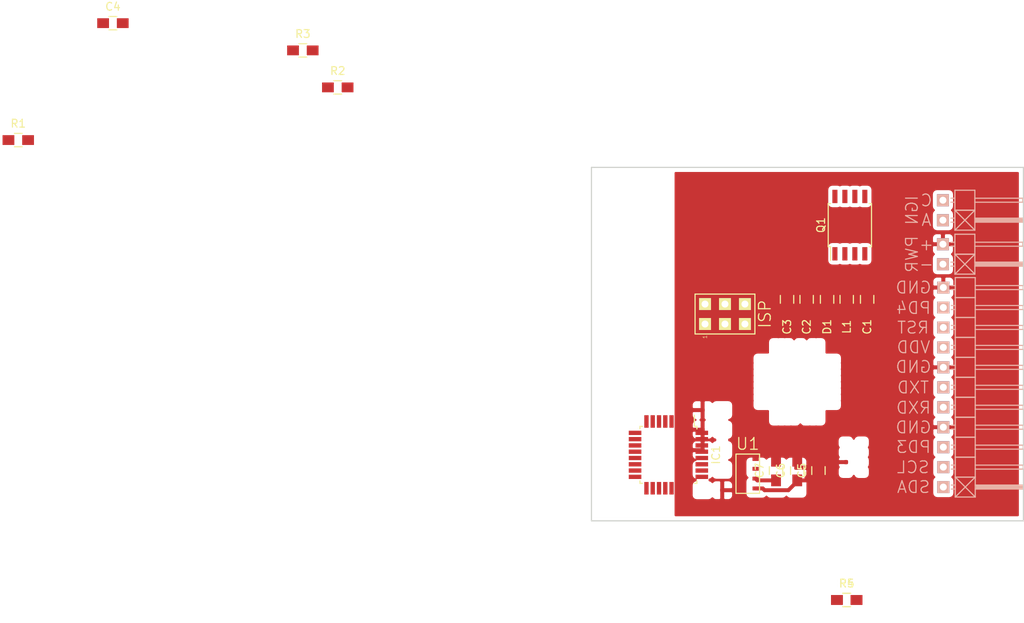
<source format=kicad_pcb>
(kicad_pcb (version 4) (host pcbnew "(2015-04-05 BZR 5577)-product")

  (general
    (links 63)
    (no_connects 47)
    (area 105.793299 88.4309 236.495001 175.550001)
    (thickness 1.6)
    (drawings 19)
    (tracks 12)
    (zones 0)
    (modules 21)
    (nets 19)
  )

  (page A4)
  (title_block
    (title NAME)
    (date "%d. %m. %Y")
    (rev REV)
    (company "Mlab www.mlab.cz")
    (comment 1 VERSION)
    (comment 2 "Short description\\nTwo lines are maximum")
    (comment 3 "nickname <email@example.com>")
  )

  (layers
    (0 F.Cu signal)
    (31 B.Cu signal)
    (32 B.Adhes user)
    (33 F.Adhes user)
    (34 B.Paste user)
    (35 F.Paste user)
    (36 B.SilkS user)
    (37 F.SilkS user)
    (38 B.Mask user)
    (39 F.Mask user)
    (40 Dwgs.User user)
    (41 Cmts.User user)
    (42 Eco1.User user)
    (43 Eco2.User user)
    (44 Edge.Cuts user)
    (45 Margin user)
    (46 B.CrtYd user)
    (47 F.CrtYd user)
    (48 B.Fab user)
    (49 F.Fab user)
  )

  (setup
    (last_trace_width 0.5)
    (trace_clearance 0.2)
    (zone_clearance 0.508)
    (zone_45_only no)
    (trace_min 0.2)
    (segment_width 0.2)
    (edge_width 0.15)
    (via_size 0.6)
    (via_drill 0.4)
    (via_min_size 0.4)
    (via_min_drill 0.3)
    (uvia_size 0.3)
    (uvia_drill 0.1)
    (uvias_allowed no)
    (uvia_min_size 0.2)
    (uvia_min_drill 0.1)
    (pcb_text_width 0.3)
    (pcb_text_size 1.5 1.5)
    (mod_edge_width 0.15)
    (mod_text_size 1 1)
    (mod_text_width 0.15)
    (pad_size 1.524 1.524)
    (pad_drill 0.762)
    (pad_to_mask_clearance 0.2)
    (aux_axis_origin 0 0)
    (visible_elements FFFFFF7F)
    (pcbplotparams
      (layerselection 0x00030_80000001)
      (usegerberextensions false)
      (excludeedgelayer true)
      (linewidth 0.150000)
      (plotframeref false)
      (viasonmask false)
      (mode 1)
      (useauxorigin false)
      (hpglpennumber 1)
      (hpglpenspeed 20)
      (hpglpendiameter 15)
      (hpglpenoverlay 2)
      (psnegative false)
      (psa4output false)
      (plotreference true)
      (plotvalue true)
      (plotinvisibletext false)
      (padsonsilk false)
      (subtractmaskfromsilk false)
      (outputformat 1)
      (mirror false)
      (drillshape 1)
      (scaleselection 1)
      (outputdirectory ""))
  )

  (net 0 "")
  (net 1 VAA)
  (net 2 GND)
  (net 3 VDD)
  (net 4 "Net-(C4-Pad1)")
  (net 5 "Net-(C7-Pad1)")
  (net 6 /PD3)
  (net 7 /MOSI)
  (net 8 /MISO)
  (net 9 /SCK)
  (net 10 /SDA)
  (net 11 /SCL)
  (net 12 /RST)
  (net 13 /RXD)
  (net 14 /TXD)
  (net 15 /PD2)
  (net 16 "Net-(J2-Pad2)")
  (net 17 "Net-(J2-Pad1)")
  (net 18 /PD4)

  (net_class Default "This is the default net class."
    (clearance 0.2)
    (trace_width 0.5)
    (via_dia 0.6)
    (via_drill 0.4)
    (uvia_dia 0.3)
    (uvia_drill 0.1)
    (add_net /MISO)
    (add_net /MOSI)
    (add_net /PD2)
    (add_net /PD3)
    (add_net /PD4)
    (add_net /RST)
    (add_net /RXD)
    (add_net /SCK)
    (add_net /SCL)
    (add_net /SDA)
    (add_net /TXD)
    (add_net GND)
    (add_net "Net-(C4-Pad1)")
    (add_net "Net-(C7-Pad1)")
    (add_net "Net-(J2-Pad1)")
    (add_net "Net-(J2-Pad2)")
    (add_net VAA)
    (add_net VDD)
  )

  (net_class PWR ""
    (clearance 0.2)
    (trace_width 1.9)
    (via_dia 0.6)
    (via_drill 0.4)
    (uvia_dia 0.3)
    (uvia_drill 0.1)
  )

  (module Capacitors_SMD:C_0805_HandSoldering (layer F.Cu) (tedit 55BB2ABF) (tstamp 55BA0B43)
    (at 216.4 134.2 90)
    (descr "Capacitor SMD 0805, hand soldering")
    (tags "capacitor 0805")
    (path /55A6646B)
    (attr smd)
    (fp_text reference C1 (at -3.5 0 90) (layer F.SilkS)
      (effects (font (size 1 1) (thickness 0.15)))
    )
    (fp_text value 100nF (at 0 2.1 90) (layer F.Fab)
      (effects (font (size 1 1) (thickness 0.15)))
    )
    (fp_line (start -2.3 -1) (end 2.3 -1) (layer F.CrtYd) (width 0.05))
    (fp_line (start -2.3 1) (end 2.3 1) (layer F.CrtYd) (width 0.05))
    (fp_line (start -2.3 -1) (end -2.3 1) (layer F.CrtYd) (width 0.05))
    (fp_line (start 2.3 -1) (end 2.3 1) (layer F.CrtYd) (width 0.05))
    (fp_line (start 0.5 -0.85) (end -0.5 -0.85) (layer F.SilkS) (width 0.15))
    (fp_line (start -0.5 0.85) (end 0.5 0.85) (layer F.SilkS) (width 0.15))
    (pad 1 smd rect (at -1.25 0 90) (size 1.5 1.25) (layers F.Cu F.Paste F.Mask)
      (net 1 VAA))
    (pad 2 smd rect (at 1.25 0 90) (size 1.5 1.25) (layers F.Cu F.Paste F.Mask)
      (net 2 GND))
    (model Capacitors_SMD.3dshapes/C_0805_HandSoldering.wrl
      (at (xyz 0 0 0))
      (scale (xyz 1 1 1))
      (rotate (xyz 0 0 0))
    )
  )

  (module Capacitors_SMD:C_0805_HandSoldering (layer F.Cu) (tedit 55BB2A3A) (tstamp 55BA0B49)
    (at 208.7 134.2 270)
    (descr "Capacitor SMD 0805, hand soldering")
    (tags "capacitor 0805")
    (path /55A4E7F7)
    (attr smd)
    (fp_text reference C2 (at 3.5 0 270) (layer F.SilkS)
      (effects (font (size 1 1) (thickness 0.15)))
    )
    (fp_text value 100nF (at 0 2.1 270) (layer F.Fab)
      (effects (font (size 1 1) (thickness 0.15)))
    )
    (fp_line (start -2.3 -1) (end 2.3 -1) (layer F.CrtYd) (width 0.05))
    (fp_line (start -2.3 1) (end 2.3 1) (layer F.CrtYd) (width 0.05))
    (fp_line (start -2.3 -1) (end -2.3 1) (layer F.CrtYd) (width 0.05))
    (fp_line (start 2.3 -1) (end 2.3 1) (layer F.CrtYd) (width 0.05))
    (fp_line (start 0.5 -0.85) (end -0.5 -0.85) (layer F.SilkS) (width 0.15))
    (fp_line (start -0.5 0.85) (end 0.5 0.85) (layer F.SilkS) (width 0.15))
    (pad 1 smd rect (at -1.25 0 270) (size 1.5 1.25) (layers F.Cu F.Paste F.Mask)
      (net 3 VDD))
    (pad 2 smd rect (at 1.25 0 270) (size 1.5 1.25) (layers F.Cu F.Paste F.Mask)
      (net 2 GND))
    (model Capacitors_SMD.3dshapes/C_0805_HandSoldering.wrl
      (at (xyz 0 0 0))
      (scale (xyz 1 1 1))
      (rotate (xyz 0 0 0))
    )
  )

  (module Capacitors_SMD:C_0805_HandSoldering (layer F.Cu) (tedit 55BB2A61) (tstamp 55BA0B4F)
    (at 206.2 134.2 270)
    (descr "Capacitor SMD 0805, hand soldering")
    (tags "capacitor 0805")
    (path /55A4E898)
    (attr smd)
    (fp_text reference C3 (at 3.5 0 270) (layer F.SilkS)
      (effects (font (size 1 1) (thickness 0.15)))
    )
    (fp_text value 22uF/6.3V (at 0 2.1 270) (layer F.Fab)
      (effects (font (size 1 1) (thickness 0.15)))
    )
    (fp_line (start -2.3 -1) (end 2.3 -1) (layer F.CrtYd) (width 0.05))
    (fp_line (start -2.3 1) (end 2.3 1) (layer F.CrtYd) (width 0.05))
    (fp_line (start -2.3 -1) (end -2.3 1) (layer F.CrtYd) (width 0.05))
    (fp_line (start 2.3 -1) (end 2.3 1) (layer F.CrtYd) (width 0.05))
    (fp_line (start 0.5 -0.85) (end -0.5 -0.85) (layer F.SilkS) (width 0.15))
    (fp_line (start -0.5 0.85) (end 0.5 0.85) (layer F.SilkS) (width 0.15))
    (pad 1 smd rect (at -1.25 0 270) (size 1.5 1.25) (layers F.Cu F.Paste F.Mask)
      (net 3 VDD))
    (pad 2 smd rect (at 1.25 0 270) (size 1.5 1.25) (layers F.Cu F.Paste F.Mask)
      (net 2 GND))
    (model Capacitors_SMD.3dshapes/C_0805_HandSoldering.wrl
      (at (xyz 0 0 0))
      (scale (xyz 1 1 1))
      (rotate (xyz 0 0 0))
    )
  )

  (module Capacitors_SMD:C_0805_HandSoldering (layer F.Cu) (tedit 541A9B8D) (tstamp 55BA0B55)
    (at 120.3706 99.0346)
    (descr "Capacitor SMD 0805, hand soldering")
    (tags "capacitor 0805")
    (path /55A65EE4)
    (attr smd)
    (fp_text reference C4 (at 0 -2.1) (layer F.SilkS)
      (effects (font (size 1 1) (thickness 0.15)))
    )
    (fp_text value 100nF (at 0 2.1) (layer F.Fab)
      (effects (font (size 1 1) (thickness 0.15)))
    )
    (fp_line (start -2.3 -1) (end 2.3 -1) (layer F.CrtYd) (width 0.05))
    (fp_line (start -2.3 1) (end 2.3 1) (layer F.CrtYd) (width 0.05))
    (fp_line (start -2.3 -1) (end -2.3 1) (layer F.CrtYd) (width 0.05))
    (fp_line (start 2.3 -1) (end 2.3 1) (layer F.CrtYd) (width 0.05))
    (fp_line (start 0.5 -0.85) (end -0.5 -0.85) (layer F.SilkS) (width 0.15))
    (fp_line (start -0.5 0.85) (end 0.5 0.85) (layer F.SilkS) (width 0.15))
    (pad 1 smd rect (at -1.25 0) (size 1.5 1.25) (layers F.Cu F.Paste F.Mask)
      (net 4 "Net-(C4-Pad1)"))
    (pad 2 smd rect (at 1.25 0) (size 1.5 1.25) (layers F.Cu F.Paste F.Mask)
      (net 2 GND))
    (model Capacitors_SMD.3dshapes/C_0805_HandSoldering.wrl
      (at (xyz 0 0 0))
      (scale (xyz 1 1 1))
      (rotate (xyz 0 0 0))
    )
  )

  (module Capacitors_SMD:C_0805_HandSoldering (layer F.Cu) (tedit 541A9B8D) (tstamp 55BA0B5B)
    (at 210.2 156 90)
    (descr "Capacitor SMD 0805, hand soldering")
    (tags "capacitor 0805")
    (path /55A67B3E)
    (attr smd)
    (fp_text reference C5 (at 0 -2.1 90) (layer F.SilkS)
      (effects (font (size 1 1) (thickness 0.15)))
    )
    (fp_text value 10uF (at 0 2.1 90) (layer F.Fab)
      (effects (font (size 1 1) (thickness 0.15)))
    )
    (fp_line (start -2.3 -1) (end 2.3 -1) (layer F.CrtYd) (width 0.05))
    (fp_line (start -2.3 1) (end 2.3 1) (layer F.CrtYd) (width 0.05))
    (fp_line (start -2.3 -1) (end -2.3 1) (layer F.CrtYd) (width 0.05))
    (fp_line (start 2.3 -1) (end 2.3 1) (layer F.CrtYd) (width 0.05))
    (fp_line (start 0.5 -0.85) (end -0.5 -0.85) (layer F.SilkS) (width 0.15))
    (fp_line (start -0.5 0.85) (end 0.5 0.85) (layer F.SilkS) (width 0.15))
    (pad 1 smd rect (at -1.25 0 90) (size 1.5 1.25) (layers F.Cu F.Paste F.Mask)
      (net 3 VDD))
    (pad 2 smd rect (at 1.25 0 90) (size 1.5 1.25) (layers F.Cu F.Paste F.Mask)
      (net 2 GND))
    (model Capacitors_SMD.3dshapes/C_0805_HandSoldering.wrl
      (at (xyz 0 0 0))
      (scale (xyz 1 1 1))
      (rotate (xyz 0 0 0))
    )
  )

  (module Capacitors_SMD:C_0805_HandSoldering (layer F.Cu) (tedit 541A9B8D) (tstamp 55BA0B61)
    (at 207.5 156 90)
    (descr "Capacitor SMD 0805, hand soldering")
    (tags "capacitor 0805")
    (path /55A67AF1)
    (attr smd)
    (fp_text reference C6 (at 0 -2.1 90) (layer F.SilkS)
      (effects (font (size 1 1) (thickness 0.15)))
    )
    (fp_text value 100nF (at 0 2.1 90) (layer F.Fab)
      (effects (font (size 1 1) (thickness 0.15)))
    )
    (fp_line (start -2.3 -1) (end 2.3 -1) (layer F.CrtYd) (width 0.05))
    (fp_line (start -2.3 1) (end 2.3 1) (layer F.CrtYd) (width 0.05))
    (fp_line (start -2.3 -1) (end -2.3 1) (layer F.CrtYd) (width 0.05))
    (fp_line (start 2.3 -1) (end 2.3 1) (layer F.CrtYd) (width 0.05))
    (fp_line (start 0.5 -0.85) (end -0.5 -0.85) (layer F.SilkS) (width 0.15))
    (fp_line (start -0.5 0.85) (end 0.5 0.85) (layer F.SilkS) (width 0.15))
    (pad 1 smd rect (at -1.25 0 90) (size 1.5 1.25) (layers F.Cu F.Paste F.Mask)
      (net 3 VDD))
    (pad 2 smd rect (at 1.25 0 90) (size 1.5 1.25) (layers F.Cu F.Paste F.Mask)
      (net 2 GND))
    (model Capacitors_SMD.3dshapes/C_0805_HandSoldering.wrl
      (at (xyz 0 0 0))
      (scale (xyz 1 1 1))
      (rotate (xyz 0 0 0))
    )
  )

  (module Capacitors_SMD:C_0805_HandSoldering (layer F.Cu) (tedit 541A9B8D) (tstamp 55BA0B67)
    (at 204.8 156 90)
    (descr "Capacitor SMD 0805, hand soldering")
    (tags "capacitor 0805")
    (path /55A6722A)
    (attr smd)
    (fp_text reference C7 (at 0 -2.1 90) (layer F.SilkS)
      (effects (font (size 1 1) (thickness 0.15)))
    )
    (fp_text value 100nF (at 0 2.1 90) (layer F.Fab)
      (effects (font (size 1 1) (thickness 0.15)))
    )
    (fp_line (start -2.3 -1) (end 2.3 -1) (layer F.CrtYd) (width 0.05))
    (fp_line (start -2.3 1) (end 2.3 1) (layer F.CrtYd) (width 0.05))
    (fp_line (start -2.3 -1) (end -2.3 1) (layer F.CrtYd) (width 0.05))
    (fp_line (start 2.3 -1) (end 2.3 1) (layer F.CrtYd) (width 0.05))
    (fp_line (start 0.5 -0.85) (end -0.5 -0.85) (layer F.SilkS) (width 0.15))
    (fp_line (start -0.5 0.85) (end 0.5 0.85) (layer F.SilkS) (width 0.15))
    (pad 1 smd rect (at -1.25 0 90) (size 1.5 1.25) (layers F.Cu F.Paste F.Mask)
      (net 5 "Net-(C7-Pad1)"))
    (pad 2 smd rect (at 1.25 0 90) (size 1.5 1.25) (layers F.Cu F.Paste F.Mask)
      (net 2 GND))
    (model Capacitors_SMD.3dshapes/C_0805_HandSoldering.wrl
      (at (xyz 0 0 0))
      (scale (xyz 1 1 1))
      (rotate (xyz 0 0 0))
    )
  )

  (module Capacitors_SMD:C_0805_HandSoldering (layer F.Cu) (tedit 55BB2A42) (tstamp 55BA0B79)
    (at 211.3 134.2 270)
    (descr "Capacitor SMD 0805, hand soldering")
    (tags "capacitor 0805")
    (path /55A4E6B1)
    (attr smd)
    (fp_text reference D1 (at 3.5 0 270) (layer F.SilkS)
      (effects (font (size 1 1) (thickness 0.15)))
    )
    (fp_text value 1N4007 (at 0 2.1 270) (layer F.Fab)
      (effects (font (size 1 1) (thickness 0.15)))
    )
    (fp_line (start -2.3 -1) (end 2.3 -1) (layer F.CrtYd) (width 0.05))
    (fp_line (start -2.3 1) (end 2.3 1) (layer F.CrtYd) (width 0.05))
    (fp_line (start -2.3 -1) (end -2.3 1) (layer F.CrtYd) (width 0.05))
    (fp_line (start 2.3 -1) (end 2.3 1) (layer F.CrtYd) (width 0.05))
    (fp_line (start 0.5 -0.85) (end -0.5 -0.85) (layer F.SilkS) (width 0.15))
    (fp_line (start -0.5 0.85) (end 0.5 0.85) (layer F.SilkS) (width 0.15))
    (pad 1 smd rect (at -1.25 0 270) (size 1.5 1.25) (layers F.Cu F.Paste F.Mask)
      (net 3 VDD))
    (pad 2 smd rect (at 1.25 0 270) (size 1.5 1.25) (layers F.Cu F.Paste F.Mask)
      (net 2 GND))
    (model Capacitors_SMD.3dshapes/C_0805_HandSoldering.wrl
      (at (xyz 0 0 0))
      (scale (xyz 1 1 1))
      (rotate (xyz 0 0 0))
    )
  )

  (module Housings_QFP:TQFP-32_7x7mm_Pitch0.8mm (layer F.Cu) (tedit 54130A77) (tstamp 55BA0B9D)
    (at 191.1 154 270)
    (descr "32-Lead Plastic Thin Quad Flatpack (PT) - 7x7x1.0 mm Body, 2.00 mm [TQFP] (see Microchip Packaging Specification 00000049BS.pdf)")
    (tags "QFP 0.8")
    (path /55B79480)
    (attr smd)
    (fp_text reference IC1 (at 0 -6.05 270) (layer F.SilkS)
      (effects (font (size 1 1) (thickness 0.15)))
    )
    (fp_text value ATMEGA328-A (at 0 6.05 270) (layer F.Fab)
      (effects (font (size 1 1) (thickness 0.15)))
    )
    (fp_line (start -5.3 -5.3) (end -5.3 5.3) (layer F.CrtYd) (width 0.05))
    (fp_line (start 5.3 -5.3) (end 5.3 5.3) (layer F.CrtYd) (width 0.05))
    (fp_line (start -5.3 -5.3) (end 5.3 -5.3) (layer F.CrtYd) (width 0.05))
    (fp_line (start -5.3 5.3) (end 5.3 5.3) (layer F.CrtYd) (width 0.05))
    (fp_line (start -3.625 -3.625) (end -3.625 -3.3) (layer F.SilkS) (width 0.15))
    (fp_line (start 3.625 -3.625) (end 3.625 -3.3) (layer F.SilkS) (width 0.15))
    (fp_line (start 3.625 3.625) (end 3.625 3.3) (layer F.SilkS) (width 0.15))
    (fp_line (start -3.625 3.625) (end -3.625 3.3) (layer F.SilkS) (width 0.15))
    (fp_line (start -3.625 -3.625) (end -3.3 -3.625) (layer F.SilkS) (width 0.15))
    (fp_line (start -3.625 3.625) (end -3.3 3.625) (layer F.SilkS) (width 0.15))
    (fp_line (start 3.625 3.625) (end 3.3 3.625) (layer F.SilkS) (width 0.15))
    (fp_line (start 3.625 -3.625) (end 3.3 -3.625) (layer F.SilkS) (width 0.15))
    (fp_line (start -3.625 -3.3) (end -5.05 -3.3) (layer F.SilkS) (width 0.15))
    (pad 1 smd rect (at -4.25 -2.8 270) (size 1.6 0.55) (layers F.Cu F.Paste F.Mask)
      (net 6 /PD3))
    (pad 2 smd rect (at -4.25 -2 270) (size 1.6 0.55) (layers F.Cu F.Paste F.Mask)
      (net 18 /PD4))
    (pad 3 smd rect (at -4.25 -1.2 270) (size 1.6 0.55) (layers F.Cu F.Paste F.Mask)
      (net 2 GND))
    (pad 4 smd rect (at -4.25 -0.4 270) (size 1.6 0.55) (layers F.Cu F.Paste F.Mask)
      (net 3 VDD))
    (pad 5 smd rect (at -4.25 0.4 270) (size 1.6 0.55) (layers F.Cu F.Paste F.Mask)
      (net 2 GND))
    (pad 6 smd rect (at -4.25 1.2 270) (size 1.6 0.55) (layers F.Cu F.Paste F.Mask)
      (net 3 VDD))
    (pad 7 smd rect (at -4.25 2 270) (size 1.6 0.55) (layers F.Cu F.Paste F.Mask))
    (pad 8 smd rect (at -4.25 2.8 270) (size 1.6 0.55) (layers F.Cu F.Paste F.Mask))
    (pad 9 smd rect (at -2.8 4.25) (size 1.6 0.55) (layers F.Cu F.Paste F.Mask))
    (pad 10 smd rect (at -2 4.25) (size 1.6 0.55) (layers F.Cu F.Paste F.Mask))
    (pad 11 smd rect (at -1.2 4.25) (size 1.6 0.55) (layers F.Cu F.Paste F.Mask))
    (pad 12 smd rect (at -0.4 4.25) (size 1.6 0.55) (layers F.Cu F.Paste F.Mask))
    (pad 13 smd rect (at 0.4 4.25) (size 1.6 0.55) (layers F.Cu F.Paste F.Mask))
    (pad 14 smd rect (at 1.2 4.25) (size 1.6 0.55) (layers F.Cu F.Paste F.Mask))
    (pad 15 smd rect (at 2 4.25) (size 1.6 0.55) (layers F.Cu F.Paste F.Mask)
      (net 7 /MOSI))
    (pad 16 smd rect (at 2.8 4.25) (size 1.6 0.55) (layers F.Cu F.Paste F.Mask)
      (net 8 /MISO))
    (pad 17 smd rect (at 4.25 2.8 270) (size 1.6 0.55) (layers F.Cu F.Paste F.Mask)
      (net 9 /SCK))
    (pad 18 smd rect (at 4.25 2 270) (size 1.6 0.55) (layers F.Cu F.Paste F.Mask)
      (net 1 VAA))
    (pad 19 smd rect (at 4.25 1.2 270) (size 1.6 0.55) (layers F.Cu F.Paste F.Mask))
    (pad 20 smd rect (at 4.25 0.4 270) (size 1.6 0.55) (layers F.Cu F.Paste F.Mask)
      (net 4 "Net-(C4-Pad1)"))
    (pad 21 smd rect (at 4.25 -0.4 270) (size 1.6 0.55) (layers F.Cu F.Paste F.Mask)
      (net 2 GND))
    (pad 22 smd rect (at 4.25 -1.2 270) (size 1.6 0.55) (layers F.Cu F.Paste F.Mask))
    (pad 23 smd rect (at 4.25 -2 270) (size 1.6 0.55) (layers F.Cu F.Paste F.Mask))
    (pad 24 smd rect (at 4.25 -2.8 270) (size 1.6 0.55) (layers F.Cu F.Paste F.Mask))
    (pad 25 smd rect (at 2.8 -4.25) (size 1.6 0.55) (layers F.Cu F.Paste F.Mask))
    (pad 26 smd rect (at 2 -4.25) (size 1.6 0.55) (layers F.Cu F.Paste F.Mask))
    (pad 27 smd rect (at 1.2 -4.25) (size 1.6 0.55) (layers F.Cu F.Paste F.Mask)
      (net 10 /SDA))
    (pad 28 smd rect (at 0.4 -4.25) (size 1.6 0.55) (layers F.Cu F.Paste F.Mask)
      (net 11 /SCL))
    (pad 29 smd rect (at -0.4 -4.25) (size 1.6 0.55) (layers F.Cu F.Paste F.Mask)
      (net 12 /RST))
    (pad 30 smd rect (at -1.2 -4.25) (size 1.6 0.55) (layers F.Cu F.Paste F.Mask)
      (net 13 /RXD))
    (pad 31 smd rect (at -2 -4.25) (size 1.6 0.55) (layers F.Cu F.Paste F.Mask)
      (net 14 /TXD))
    (pad 32 smd rect (at -2.8 -4.25) (size 1.6 0.55) (layers F.Cu F.Paste F.Mask)
      (net 15 /PD2))
    (model Housings_QFP.3dshapes/TQFP-32_7x7mm_Pitch0.8mm.wrl
      (at (xyz 0 0 0))
      (scale (xyz 1 1 1))
      (rotate (xyz 0 0 0))
    )
  )

  (module Mlab_Pin_Headers:Angled_1x02 (layer B.Cu) (tedit 55BB27DC) (tstamp 55BA0BA3)
    (at 226.05 128.45)
    (descr "pin header angled 1x02")
    (tags "pin header angled 1x02")
    (path /55B7F70B)
    (fp_text reference J1 (at 0 3.81) (layer B.SilkS) hide
      (effects (font (size 1.5 1.5) (thickness 0.15)) (justify mirror))
    )
    (fp_text value PWR (at -3.95 0 90) (layer B.SilkS)
      (effects (font (size 1.5 1.5) (thickness 0.15)) (justify mirror))
    )
    (fp_line (start 1.524 -1.524) (end 1.016 -1.524) (layer B.SilkS) (width 0.15))
    (fp_line (start 1.524 -1.016) (end 1.016 -1.016) (layer B.SilkS) (width 0.15))
    (fp_line (start 1.524 0) (end 4.064 0) (layer B.SilkS) (width 0.15))
    (fp_line (start 1.524 0) (end 1.524 -2.54) (layer B.SilkS) (width 0.15))
    (fp_line (start 1.524 -2.54) (end 4.064 -2.54) (layer B.SilkS) (width 0.15))
    (fp_line (start 4.064 -1.016) (end 10.16 -1.016) (layer B.SilkS) (width 0.15))
    (fp_line (start 10.16 -1.016) (end 10.16 -1.524) (layer B.SilkS) (width 0.15))
    (fp_line (start 10.16 -1.524) (end 4.064 -1.524) (layer B.SilkS) (width 0.15))
    (fp_line (start 4.064 -2.54) (end 4.064 0) (layer B.SilkS) (width 0.15))
    (fp_line (start 4.064 0) (end 1.524 2.54) (layer B.SilkS) (width 0.15))
    (fp_line (start 4.064 2.54) (end 1.524 0) (layer B.SilkS) (width 0.15))
    (fp_line (start 4.191 1.397) (end 10.033 1.397) (layer B.SilkS) (width 0.15))
    (fp_line (start 10.033 1.397) (end 10.033 1.143) (layer B.SilkS) (width 0.15))
    (fp_line (start 10.033 1.143) (end 4.191 1.143) (layer B.SilkS) (width 0.15))
    (fp_line (start 4.191 1.27) (end 10.033 1.27) (layer B.SilkS) (width 0.15))
    (fp_line (start 1.524 1.016) (end 1.016 1.016) (layer B.SilkS) (width 0.15))
    (fp_line (start 1.524 1.524) (end 1.016 1.524) (layer B.SilkS) (width 0.15))
    (fp_line (start 1.524 2.54) (end 4.064 2.54) (layer B.SilkS) (width 0.15))
    (fp_line (start 1.524 2.54) (end 1.524 0) (layer B.SilkS) (width 0.15))
    (fp_line (start 1.524 0) (end 4.064 0) (layer B.SilkS) (width 0.15))
    (fp_line (start 4.064 1.524) (end 10.16 1.524) (layer B.SilkS) (width 0.15))
    (fp_line (start 10.16 1.524) (end 10.16 1.016) (layer B.SilkS) (width 0.15))
    (fp_line (start 10.16 1.016) (end 4.064 1.016) (layer B.SilkS) (width 0.15))
    (fp_line (start 4.064 0) (end 4.064 2.54) (layer B.SilkS) (width 0.15))
    (pad 2 thru_hole rect (at 0 -1.27) (size 1.524 1.524) (drill 0.889) (layers *.Cu *.Mask B.SilkS)
      (net 2 GND))
    (pad 1 thru_hole rect (at 0 1.27) (size 1.524 1.524) (drill 0.889) (layers *.Cu *.Mask B.SilkS)
      (net 3 VDD))
    (model Pin_Headers/Pin_Header_Angled_1x02.wrl
      (at (xyz 0 0 0))
      (scale (xyz 1 1 1))
      (rotate (xyz 0 0 90))
    )
  )

  (module Mlab_Pin_Headers:Angled_1x02 (layer B.Cu) (tedit 55BB27EA) (tstamp 55BA0BA9)
    (at 226.05 122.85)
    (descr "pin header angled 1x02")
    (tags "pin header angled 1x02")
    (path /55AA773F)
    (fp_text reference J2 (at 0 3.81) (layer B.SilkS) hide
      (effects (font (size 1.5 1.5) (thickness 0.15)) (justify mirror))
    )
    (fp_text value IGN (at -3.95 0 90) (layer B.SilkS)
      (effects (font (size 1.5 1.5) (thickness 0.15)) (justify mirror))
    )
    (fp_line (start 1.524 -1.524) (end 1.016 -1.524) (layer B.SilkS) (width 0.15))
    (fp_line (start 1.524 -1.016) (end 1.016 -1.016) (layer B.SilkS) (width 0.15))
    (fp_line (start 1.524 0) (end 4.064 0) (layer B.SilkS) (width 0.15))
    (fp_line (start 1.524 0) (end 1.524 -2.54) (layer B.SilkS) (width 0.15))
    (fp_line (start 1.524 -2.54) (end 4.064 -2.54) (layer B.SilkS) (width 0.15))
    (fp_line (start 4.064 -1.016) (end 10.16 -1.016) (layer B.SilkS) (width 0.15))
    (fp_line (start 10.16 -1.016) (end 10.16 -1.524) (layer B.SilkS) (width 0.15))
    (fp_line (start 10.16 -1.524) (end 4.064 -1.524) (layer B.SilkS) (width 0.15))
    (fp_line (start 4.064 -2.54) (end 4.064 0) (layer B.SilkS) (width 0.15))
    (fp_line (start 4.064 0) (end 1.524 2.54) (layer B.SilkS) (width 0.15))
    (fp_line (start 4.064 2.54) (end 1.524 0) (layer B.SilkS) (width 0.15))
    (fp_line (start 4.191 1.397) (end 10.033 1.397) (layer B.SilkS) (width 0.15))
    (fp_line (start 10.033 1.397) (end 10.033 1.143) (layer B.SilkS) (width 0.15))
    (fp_line (start 10.033 1.143) (end 4.191 1.143) (layer B.SilkS) (width 0.15))
    (fp_line (start 4.191 1.27) (end 10.033 1.27) (layer B.SilkS) (width 0.15))
    (fp_line (start 1.524 1.016) (end 1.016 1.016) (layer B.SilkS) (width 0.15))
    (fp_line (start 1.524 1.524) (end 1.016 1.524) (layer B.SilkS) (width 0.15))
    (fp_line (start 1.524 2.54) (end 4.064 2.54) (layer B.SilkS) (width 0.15))
    (fp_line (start 1.524 2.54) (end 1.524 0) (layer B.SilkS) (width 0.15))
    (fp_line (start 1.524 0) (end 4.064 0) (layer B.SilkS) (width 0.15))
    (fp_line (start 4.064 1.524) (end 10.16 1.524) (layer B.SilkS) (width 0.15))
    (fp_line (start 10.16 1.524) (end 10.16 1.016) (layer B.SilkS) (width 0.15))
    (fp_line (start 10.16 1.016) (end 4.064 1.016) (layer B.SilkS) (width 0.15))
    (fp_line (start 4.064 0) (end 4.064 2.54) (layer B.SilkS) (width 0.15))
    (pad 2 thru_hole rect (at 0 -1.27) (size 1.524 1.524) (drill 0.889) (layers *.Cu *.Mask B.SilkS)
      (net 16 "Net-(J2-Pad2)"))
    (pad 1 thru_hole rect (at 0 1.27) (size 1.524 1.524) (drill 0.889) (layers *.Cu *.Mask B.SilkS)
      (net 17 "Net-(J2-Pad1)"))
    (model Pin_Headers/Pin_Header_Angled_1x02.wrl
      (at (xyz 0 0 0))
      (scale (xyz 1 1 1))
      (rotate (xyz 0 0 90))
    )
  )

  (module Mlab_Pin_Headers:Straight_2x03 (layer F.Cu) (tedit 5454C210) (tstamp 55BA0BC2)
    (at 198.3 136.07 90)
    (descr "pin header straight 2x03")
    (tags "pin header straight 2x03")
    (path /55AA2ACD)
    (fp_text reference J5 (at 0 -5.08 90) (layer F.SilkS) hide
      (effects (font (size 1.5 1.5) (thickness 0.15)))
    )
    (fp_text value ISP (at 0 5.08 90) (layer F.SilkS)
      (effects (font (size 1.5 1.5) (thickness 0.15)))
    )
    (fp_text user 1 (at -2.921 -2.54 90) (layer F.SilkS)
      (effects (font (size 0.5 0.5) (thickness 0.05)))
    )
    (fp_line (start -2.54 -3.81) (end 2.54 -3.81) (layer F.SilkS) (width 0.15))
    (fp_line (start 2.54 -3.81) (end 2.54 3.81) (layer F.SilkS) (width 0.15))
    (fp_line (start 2.54 3.81) (end -2.54 3.81) (layer F.SilkS) (width 0.15))
    (fp_line (start -2.54 3.81) (end -2.54 -3.81) (layer F.SilkS) (width 0.15))
    (pad 1 thru_hole rect (at -1.27 -2.54 90) (size 1.524 1.524) (drill 0.889) (layers *.Cu *.Mask F.SilkS)
      (net 8 /MISO))
    (pad 2 thru_hole rect (at 1.27 -2.54 90) (size 1.524 1.524) (drill 0.889) (layers *.Cu *.Mask F.SilkS)
      (net 3 VDD))
    (pad 3 thru_hole rect (at -1.27 0 90) (size 1.524 1.524) (drill 0.889) (layers *.Cu *.Mask F.SilkS)
      (net 9 /SCK))
    (pad 4 thru_hole rect (at 1.27 0 90) (size 1.524 1.524) (drill 0.889) (layers *.Cu *.Mask F.SilkS)
      (net 7 /MOSI))
    (pad 5 thru_hole rect (at -1.27 2.54 90) (size 1.524 1.524) (drill 0.889) (layers *.Cu *.Mask F.SilkS)
      (net 12 /RST))
    (pad 6 thru_hole rect (at 1.27 2.54 90) (size 1.524 1.524) (drill 0.889) (layers *.Cu *.Mask F.SilkS)
      (net 2 GND))
    (model Pin_Headers/Pin_Header_Straight_2x03.wrl
      (at (xyz 0 0 0))
      (scale (xyz 1 1 1))
      (rotate (xyz 0 0 90))
    )
  )

  (module Capacitors_SMD:C_0805_HandSoldering (layer F.Cu) (tedit 55BB2AC7) (tstamp 55BA0BC8)
    (at 213.8 134.2 90)
    (descr "Capacitor SMD 0805, hand soldering")
    (tags "capacitor 0805")
    (path /55A6641E)
    (attr smd)
    (fp_text reference L1 (at -3.5 0 90) (layer F.SilkS)
      (effects (font (size 1 1) (thickness 0.15)))
    )
    (fp_text value 10uH (at 0 2.1 90) (layer F.Fab)
      (effects (font (size 1 1) (thickness 0.15)))
    )
    (fp_line (start -2.3 -1) (end 2.3 -1) (layer F.CrtYd) (width 0.05))
    (fp_line (start -2.3 1) (end 2.3 1) (layer F.CrtYd) (width 0.05))
    (fp_line (start -2.3 -1) (end -2.3 1) (layer F.CrtYd) (width 0.05))
    (fp_line (start 2.3 -1) (end 2.3 1) (layer F.CrtYd) (width 0.05))
    (fp_line (start 0.5 -0.85) (end -0.5 -0.85) (layer F.SilkS) (width 0.15))
    (fp_line (start -0.5 0.85) (end 0.5 0.85) (layer F.SilkS) (width 0.15))
    (pad 1 smd rect (at -1.25 0 90) (size 1.5 1.25) (layers F.Cu F.Paste F.Mask)
      (net 1 VAA))
    (pad 2 smd rect (at 1.25 0 90) (size 1.5 1.25) (layers F.Cu F.Paste F.Mask)
      (net 3 VDD))
    (model Capacitors_SMD.3dshapes/C_0805_HandSoldering.wrl
      (at (xyz 0 0 0))
      (scale (xyz 1 1 1))
      (rotate (xyz 0 0 0))
    )
  )

  (module Housings_SOIC:SOIJ-8_5.3x5.3mm_Pitch1.27mm (layer F.Cu) (tedit 54130A77) (tstamp 55BA0BD4)
    (at 214.2 124.75 90)
    (descr "8-Lead Plastic Small Outline (SM) - Medium, 5.28 mm Body [SOIC] (see Microchip Packaging Specification 00000049BS.pdf)")
    (tags "SOIC 1.27")
    (path /55AA71B9)
    (attr smd)
    (fp_text reference Q1 (at 0 -3.68 90) (layer F.SilkS)
      (effects (font (size 1 1) (thickness 0.15)))
    )
    (fp_text value IRF7413ZPBF (at 0 3.68 90) (layer F.Fab)
      (effects (font (size 1 1) (thickness 0.15)))
    )
    (fp_line (start -4.75 -2.95) (end -4.75 2.95) (layer F.CrtYd) (width 0.05))
    (fp_line (start 4.75 -2.95) (end 4.75 2.95) (layer F.CrtYd) (width 0.05))
    (fp_line (start -4.75 -2.95) (end 4.75 -2.95) (layer F.CrtYd) (width 0.05))
    (fp_line (start -4.75 2.95) (end 4.75 2.95) (layer F.CrtYd) (width 0.05))
    (fp_line (start -2.75 -2.755) (end -2.75 -2.455) (layer F.SilkS) (width 0.15))
    (fp_line (start 2.75 -2.755) (end 2.75 -2.455) (layer F.SilkS) (width 0.15))
    (fp_line (start 2.75 2.755) (end 2.75 2.455) (layer F.SilkS) (width 0.15))
    (fp_line (start -2.75 2.755) (end -2.75 2.455) (layer F.SilkS) (width 0.15))
    (fp_line (start -2.75 -2.755) (end 2.75 -2.755) (layer F.SilkS) (width 0.15))
    (fp_line (start -2.75 2.755) (end 2.75 2.755) (layer F.SilkS) (width 0.15))
    (fp_line (start -2.75 -2.455) (end -4.5 -2.455) (layer F.SilkS) (width 0.15))
    (pad 1 smd rect (at -3.65 -1.905 90) (size 1.7 0.65) (layers F.Cu F.Paste F.Mask)
      (net 17 "Net-(J2-Pad1)"))
    (pad 2 smd rect (at -3.65 -0.635 90) (size 1.7 0.65) (layers F.Cu F.Paste F.Mask)
      (net 17 "Net-(J2-Pad1)"))
    (pad 3 smd rect (at -3.65 0.635 90) (size 1.7 0.65) (layers F.Cu F.Paste F.Mask)
      (net 17 "Net-(J2-Pad1)"))
    (pad 4 smd rect (at -3.65 1.905 90) (size 1.7 0.65) (layers F.Cu F.Paste F.Mask)
      (net 15 /PD2))
    (pad 5 smd rect (at 3.65 1.905 90) (size 1.7 0.65) (layers F.Cu F.Paste F.Mask)
      (net 16 "Net-(J2-Pad2)"))
    (pad 6 smd rect (at 3.65 0.635 90) (size 1.7 0.65) (layers F.Cu F.Paste F.Mask)
      (net 16 "Net-(J2-Pad2)"))
    (pad 7 smd rect (at 3.65 -0.635 90) (size 1.7 0.65) (layers F.Cu F.Paste F.Mask)
      (net 16 "Net-(J2-Pad2)"))
    (pad 8 smd rect (at 3.65 -1.905 90) (size 1.7 0.65) (layers F.Cu F.Paste F.Mask)
      (net 16 "Net-(J2-Pad2)"))
    (model Housings_SOIC.3dshapes/SOIJ-8_5.3x5.3mm_Pitch1.27mm.wrl
      (at (xyz 0 0 0))
      (scale (xyz 1 1 1))
      (rotate (xyz 0 0 0))
    )
  )

  (module Capacitors_SMD:C_0805_HandSoldering (layer F.Cu) (tedit 541A9B8D) (tstamp 55BA0BDA)
    (at 108.3183 113.919)
    (descr "Capacitor SMD 0805, hand soldering")
    (tags "capacitor 0805")
    (path /55A65608)
    (attr smd)
    (fp_text reference R1 (at 0 -2.1) (layer F.SilkS)
      (effects (font (size 1 1) (thickness 0.15)))
    )
    (fp_text value 10k (at 0 2.1) (layer F.Fab)
      (effects (font (size 1 1) (thickness 0.15)))
    )
    (fp_line (start -2.3 -1) (end 2.3 -1) (layer F.CrtYd) (width 0.05))
    (fp_line (start -2.3 1) (end 2.3 1) (layer F.CrtYd) (width 0.05))
    (fp_line (start -2.3 -1) (end -2.3 1) (layer F.CrtYd) (width 0.05))
    (fp_line (start 2.3 -1) (end 2.3 1) (layer F.CrtYd) (width 0.05))
    (fp_line (start 0.5 -0.85) (end -0.5 -0.85) (layer F.SilkS) (width 0.15))
    (fp_line (start -0.5 0.85) (end 0.5 0.85) (layer F.SilkS) (width 0.15))
    (pad 1 smd rect (at -1.25 0) (size 1.5 1.25) (layers F.Cu F.Paste F.Mask)
      (net 3 VDD))
    (pad 2 smd rect (at 1.25 0) (size 1.5 1.25) (layers F.Cu F.Paste F.Mask)
      (net 11 /SCL))
    (model Capacitors_SMD.3dshapes/C_0805_HandSoldering.wrl
      (at (xyz 0 0 0))
      (scale (xyz 1 1 1))
      (rotate (xyz 0 0 0))
    )
  )

  (module Capacitors_SMD:C_0805_HandSoldering (layer F.Cu) (tedit 541A9B8D) (tstamp 55BA0BE0)
    (at 148.9964 107.2134)
    (descr "Capacitor SMD 0805, hand soldering")
    (tags "capacitor 0805")
    (path /55A653FB)
    (attr smd)
    (fp_text reference R2 (at 0 -2.1) (layer F.SilkS)
      (effects (font (size 1 1) (thickness 0.15)))
    )
    (fp_text value 10k (at 0 2.1) (layer F.Fab)
      (effects (font (size 1 1) (thickness 0.15)))
    )
    (fp_line (start -2.3 -1) (end 2.3 -1) (layer F.CrtYd) (width 0.05))
    (fp_line (start -2.3 1) (end 2.3 1) (layer F.CrtYd) (width 0.05))
    (fp_line (start -2.3 -1) (end -2.3 1) (layer F.CrtYd) (width 0.05))
    (fp_line (start 2.3 -1) (end 2.3 1) (layer F.CrtYd) (width 0.05))
    (fp_line (start 0.5 -0.85) (end -0.5 -0.85) (layer F.SilkS) (width 0.15))
    (fp_line (start -0.5 0.85) (end 0.5 0.85) (layer F.SilkS) (width 0.15))
    (pad 1 smd rect (at -1.25 0) (size 1.5 1.25) (layers F.Cu F.Paste F.Mask)
      (net 3 VDD))
    (pad 2 smd rect (at 1.25 0) (size 1.5 1.25) (layers F.Cu F.Paste F.Mask)
      (net 10 /SDA))
    (model Capacitors_SMD.3dshapes/C_0805_HandSoldering.wrl
      (at (xyz 0 0 0))
      (scale (xyz 1 1 1))
      (rotate (xyz 0 0 0))
    )
  )

  (module Capacitors_SMD:C_0805_HandSoldering (layer F.Cu) (tedit 541A9B8D) (tstamp 55BA0BE6)
    (at 144.5514 102.5017)
    (descr "Capacitor SMD 0805, hand soldering")
    (tags "capacitor 0805")
    (path /55A4F51C)
    (attr smd)
    (fp_text reference R3 (at 0 -2.1) (layer F.SilkS)
      (effects (font (size 1 1) (thickness 0.15)))
    )
    (fp_text value 10k (at 0 2.1) (layer F.Fab)
      (effects (font (size 1 1) (thickness 0.15)))
    )
    (fp_line (start -2.3 -1) (end 2.3 -1) (layer F.CrtYd) (width 0.05))
    (fp_line (start -2.3 1) (end 2.3 1) (layer F.CrtYd) (width 0.05))
    (fp_line (start -2.3 -1) (end -2.3 1) (layer F.CrtYd) (width 0.05))
    (fp_line (start 2.3 -1) (end 2.3 1) (layer F.CrtYd) (width 0.05))
    (fp_line (start 0.5 -0.85) (end -0.5 -0.85) (layer F.SilkS) (width 0.15))
    (fp_line (start -0.5 0.85) (end 0.5 0.85) (layer F.SilkS) (width 0.15))
    (pad 1 smd rect (at -1.25 0) (size 1.5 1.25) (layers F.Cu F.Paste F.Mask)
      (net 3 VDD))
    (pad 2 smd rect (at 1.25 0) (size 1.5 1.25) (layers F.Cu F.Paste F.Mask)
      (net 12 /RST))
    (model Capacitors_SMD.3dshapes/C_0805_HandSoldering.wrl
      (at (xyz 0 0 0))
      (scale (xyz 1 1 1))
      (rotate (xyz 0 0 0))
    )
  )

  (module SMD_fork:LGA-MPL3115A (layer F.Cu) (tedit 55BA02EB) (tstamp 55BA0BF2)
    (at 201.2 156.4 180)
    (path /55A507F8)
    (fp_text reference U1 (at 0 3.8 180) (layer F.SilkS)
      (effects (font (size 1.5 1.5) (thickness 0.15)))
    )
    (fp_text value MPL3115A2 (at 0 -3.8 180) (layer F.Fab)
      (effects (font (size 1.5 1.5) (thickness 0.15)))
    )
    (fp_line (start 1.5 -2.5) (end 1.5 2.5) (layer F.SilkS) (width 0.15))
    (fp_line (start 1.5 2.5) (end -1.5 2.5) (layer F.SilkS) (width 0.15))
    (fp_line (start -1.5 2.5) (end -1.5 -2.5) (layer F.SilkS) (width 0.15))
    (fp_line (start -1.5 -2.5) (end 1.5 -2.5) (layer F.SilkS) (width 0.15))
    (pad 8 smd rect (at 1 -1.875 180) (size 0.8 0.5) (layers F.Cu F.Paste F.Mask)
      (net 11 /SCL))
    (pad 7 smd rect (at 1 -0.625 180) (size 0.8 0.5) (layers F.Cu F.Paste F.Mask)
      (net 10 /SDA))
    (pad 6 smd rect (at 1 0.625 180) (size 0.8 0.5) (layers F.Cu F.Paste F.Mask))
    (pad 5 smd rect (at 1 1.875 180) (size 0.8 0.5) (layers F.Cu F.Paste F.Mask))
    (pad 4 smd rect (at -1 1.875 180) (size 0.8 0.5) (layers F.Cu F.Paste F.Mask)
      (net 3 VDD))
    (pad 3 smd rect (at -1 0.625 180) (size 0.8 0.5) (layers F.Cu F.Paste F.Mask)
      (net 2 GND))
    (pad 2 smd rect (at -1 -0.625 180) (size 0.8 0.5) (layers F.Cu F.Paste F.Mask)
      (net 5 "Net-(C7-Pad1)"))
    (pad 1 smd rect (at -1.01 -1.875 180) (size 0.8 0.5) (layers F.Cu F.Paste F.Mask)
      (net 3 VDD))
  )

  (module Capacitors_SMD:C_0805_HandSoldering (layer F.Cu) (tedit 541A9B8D) (tstamp 55BB246C)
    (at 213.8 172.475001)
    (descr "Capacitor SMD 0805, hand soldering")
    (tags "capacitor 0805")
    (path /55BB713F)
    (attr smd)
    (fp_text reference R4 (at 0 -2.1) (layer F.SilkS)
      (effects (font (size 1 1) (thickness 0.15)))
    )
    (fp_text value 10k (at 0 2.1) (layer F.Fab)
      (effects (font (size 1 1) (thickness 0.15)))
    )
    (fp_line (start -2.3 -1) (end 2.3 -1) (layer F.CrtYd) (width 0.05))
    (fp_line (start -2.3 1) (end 2.3 1) (layer F.CrtYd) (width 0.05))
    (fp_line (start -2.3 -1) (end -2.3 1) (layer F.CrtYd) (width 0.05))
    (fp_line (start 2.3 -1) (end 2.3 1) (layer F.CrtYd) (width 0.05))
    (fp_line (start 0.5 -0.85) (end -0.5 -0.85) (layer F.SilkS) (width 0.15))
    (fp_line (start -0.5 0.85) (end 0.5 0.85) (layer F.SilkS) (width 0.15))
    (pad 1 smd rect (at -1.25 0) (size 1.5 1.25) (layers F.Cu F.Paste F.Mask)
      (net 15 /PD2))
    (pad 2 smd rect (at 1.25 0) (size 1.5 1.25) (layers F.Cu F.Paste F.Mask)
      (net 2 GND))
    (model Capacitors_SMD.3dshapes/C_0805_HandSoldering.wrl
      (at (xyz 0 0 0))
      (scale (xyz 1 1 1))
      (rotate (xyz 0 0 0))
    )
  )

  (module Capacitors_SMD:C_0805_HandSoldering (layer F.Cu) (tedit 541A9B8D) (tstamp 55BB2472)
    (at 213.8 172.475001)
    (descr "Capacitor SMD 0805, hand soldering")
    (tags "capacitor 0805")
    (path /55BB71BD)
    (attr smd)
    (fp_text reference R5 (at 0 -2.1) (layer F.SilkS)
      (effects (font (size 1 1) (thickness 0.15)))
    )
    (fp_text value 10k (at 0 2.1) (layer F.Fab)
      (effects (font (size 1 1) (thickness 0.15)))
    )
    (fp_line (start -2.3 -1) (end 2.3 -1) (layer F.CrtYd) (width 0.05))
    (fp_line (start -2.3 1) (end 2.3 1) (layer F.CrtYd) (width 0.05))
    (fp_line (start -2.3 -1) (end -2.3 1) (layer F.CrtYd) (width 0.05))
    (fp_line (start 2.3 -1) (end 2.3 1) (layer F.CrtYd) (width 0.05))
    (fp_line (start 0.5 -0.85) (end -0.5 -0.85) (layer F.SilkS) (width 0.15))
    (fp_line (start -0.5 0.85) (end 0.5 0.85) (layer F.SilkS) (width 0.15))
    (pad 1 smd rect (at -1.25 0) (size 1.5 1.25) (layers F.Cu F.Paste F.Mask)
      (net 6 /PD3))
    (pad 2 smd rect (at 1.25 0) (size 1.5 1.25) (layers F.Cu F.Paste F.Mask)
      (net 2 GND))
    (model Capacitors_SMD.3dshapes/C_0805_HandSoldering.wrl
      (at (xyz 0 0 0))
      (scale (xyz 1 1 1))
      (rotate (xyz 0 0 0))
    )
  )

  (module Mlab_Pin_Headers:Angled_1x11 (layer B.Cu) (tedit 55BB2484) (tstamp 55BB2570)
    (at 226.1 145.4)
    (descr "pin header angled 1x11")
    (tags "pin header angled 1x11")
    (path /55BB6ED0)
    (fp_text reference J3 (at 0 15.24) (layer B.SilkS) hide
      (effects (font (size 1.5 1.5) (thickness 0.15)) (justify mirror))
    )
    (fp_text value HEADER_1x11 (at 0 -15.24) (layer B.SilkS) hide
      (effects (font (size 1.5 1.5) (thickness 0.15)) (justify mirror))
    )
    (fp_line (start 1.524 -12.954) (end 1.016 -12.954) (layer B.SilkS) (width 0.15))
    (fp_line (start 1.524 -12.446) (end 1.016 -12.446) (layer B.SilkS) (width 0.15))
    (fp_line (start 1.524 -11.43) (end 4.064 -11.43) (layer B.SilkS) (width 0.15))
    (fp_line (start 1.524 -11.43) (end 1.524 -13.97) (layer B.SilkS) (width 0.15))
    (fp_line (start 1.524 -13.97) (end 4.064 -13.97) (layer B.SilkS) (width 0.15))
    (fp_line (start 4.064 -12.446) (end 10.16 -12.446) (layer B.SilkS) (width 0.15))
    (fp_line (start 10.16 -12.446) (end 10.16 -12.954) (layer B.SilkS) (width 0.15))
    (fp_line (start 10.16 -12.954) (end 4.064 -12.954) (layer B.SilkS) (width 0.15))
    (fp_line (start 4.064 -13.97) (end 4.064 -11.43) (layer B.SilkS) (width 0.15))
    (fp_line (start 1.524 -10.414) (end 1.016 -10.414) (layer B.SilkS) (width 0.15))
    (fp_line (start 1.524 -9.906) (end 1.016 -9.906) (layer B.SilkS) (width 0.15))
    (fp_line (start 1.524 -8.89) (end 4.064 -8.89) (layer B.SilkS) (width 0.15))
    (fp_line (start 1.524 -8.89) (end 1.524 -11.43) (layer B.SilkS) (width 0.15))
    (fp_line (start 1.524 -11.43) (end 4.064 -11.43) (layer B.SilkS) (width 0.15))
    (fp_line (start 4.064 -9.906) (end 10.16 -9.906) (layer B.SilkS) (width 0.15))
    (fp_line (start 10.16 -9.906) (end 10.16 -10.414) (layer B.SilkS) (width 0.15))
    (fp_line (start 10.16 -10.414) (end 4.064 -10.414) (layer B.SilkS) (width 0.15))
    (fp_line (start 4.064 -11.43) (end 4.064 -8.89) (layer B.SilkS) (width 0.15))
    (fp_line (start 1.524 -7.874) (end 1.016 -7.874) (layer B.SilkS) (width 0.15))
    (fp_line (start 1.524 -7.366) (end 1.016 -7.366) (layer B.SilkS) (width 0.15))
    (fp_line (start 1.524 -6.35) (end 4.064 -6.35) (layer B.SilkS) (width 0.15))
    (fp_line (start 1.524 -6.35) (end 1.524 -8.89) (layer B.SilkS) (width 0.15))
    (fp_line (start 1.524 -8.89) (end 4.064 -8.89) (layer B.SilkS) (width 0.15))
    (fp_line (start 4.064 -7.366) (end 10.16 -7.366) (layer B.SilkS) (width 0.15))
    (fp_line (start 10.16 -7.366) (end 10.16 -7.874) (layer B.SilkS) (width 0.15))
    (fp_line (start 10.16 -7.874) (end 4.064 -7.874) (layer B.SilkS) (width 0.15))
    (fp_line (start 4.064 -8.89) (end 4.064 -6.35) (layer B.SilkS) (width 0.15))
    (fp_line (start 1.524 -5.334) (end 1.016 -5.334) (layer B.SilkS) (width 0.15))
    (fp_line (start 1.524 -4.826) (end 1.016 -4.826) (layer B.SilkS) (width 0.15))
    (fp_line (start 1.524 -3.81) (end 4.064 -3.81) (layer B.SilkS) (width 0.15))
    (fp_line (start 1.524 -3.81) (end 1.524 -6.35) (layer B.SilkS) (width 0.15))
    (fp_line (start 1.524 -6.35) (end 4.064 -6.35) (layer B.SilkS) (width 0.15))
    (fp_line (start 4.064 -4.826) (end 10.16 -4.826) (layer B.SilkS) (width 0.15))
    (fp_line (start 10.16 -4.826) (end 10.16 -5.334) (layer B.SilkS) (width 0.15))
    (fp_line (start 10.16 -5.334) (end 4.064 -5.334) (layer B.SilkS) (width 0.15))
    (fp_line (start 4.064 -6.35) (end 4.064 -3.81) (layer B.SilkS) (width 0.15))
    (fp_line (start 1.524 -2.794) (end 1.016 -2.794) (layer B.SilkS) (width 0.15))
    (fp_line (start 1.524 -2.286) (end 1.016 -2.286) (layer B.SilkS) (width 0.15))
    (fp_line (start 1.524 -1.27) (end 4.064 -1.27) (layer B.SilkS) (width 0.15))
    (fp_line (start 1.524 -1.27) (end 1.524 -3.81) (layer B.SilkS) (width 0.15))
    (fp_line (start 1.524 -3.81) (end 4.064 -3.81) (layer B.SilkS) (width 0.15))
    (fp_line (start 4.064 -2.286) (end 10.16 -2.286) (layer B.SilkS) (width 0.15))
    (fp_line (start 10.16 -2.286) (end 10.16 -2.794) (layer B.SilkS) (width 0.15))
    (fp_line (start 10.16 -2.794) (end 4.064 -2.794) (layer B.SilkS) (width 0.15))
    (fp_line (start 4.064 -3.81) (end 4.064 -1.27) (layer B.SilkS) (width 0.15))
    (fp_line (start 1.524 -0.254) (end 1.016 -0.254) (layer B.SilkS) (width 0.15))
    (fp_line (start 1.524 0.254) (end 1.016 0.254) (layer B.SilkS) (width 0.15))
    (fp_line (start 1.524 1.27) (end 4.064 1.27) (layer B.SilkS) (width 0.15))
    (fp_line (start 1.524 1.27) (end 1.524 -1.27) (layer B.SilkS) (width 0.15))
    (fp_line (start 1.524 -1.27) (end 4.064 -1.27) (layer B.SilkS) (width 0.15))
    (fp_line (start 4.064 0.254) (end 10.16 0.254) (layer B.SilkS) (width 0.15))
    (fp_line (start 10.16 0.254) (end 10.16 -0.254) (layer B.SilkS) (width 0.15))
    (fp_line (start 10.16 -0.254) (end 4.064 -0.254) (layer B.SilkS) (width 0.15))
    (fp_line (start 4.064 -1.27) (end 4.064 1.27) (layer B.SilkS) (width 0.15))
    (fp_line (start 1.524 2.286) (end 1.016 2.286) (layer B.SilkS) (width 0.15))
    (fp_line (start 1.524 2.794) (end 1.016 2.794) (layer B.SilkS) (width 0.15))
    (fp_line (start 1.524 3.81) (end 4.064 3.81) (layer B.SilkS) (width 0.15))
    (fp_line (start 1.524 3.81) (end 1.524 1.27) (layer B.SilkS) (width 0.15))
    (fp_line (start 1.524 1.27) (end 4.064 1.27) (layer B.SilkS) (width 0.15))
    (fp_line (start 4.064 2.794) (end 10.16 2.794) (layer B.SilkS) (width 0.15))
    (fp_line (start 10.16 2.794) (end 10.16 2.286) (layer B.SilkS) (width 0.15))
    (fp_line (start 10.16 2.286) (end 4.064 2.286) (layer B.SilkS) (width 0.15))
    (fp_line (start 4.064 1.27) (end 4.064 3.81) (layer B.SilkS) (width 0.15))
    (fp_line (start 1.524 4.826) (end 1.016 4.826) (layer B.SilkS) (width 0.15))
    (fp_line (start 1.524 5.334) (end 1.016 5.334) (layer B.SilkS) (width 0.15))
    (fp_line (start 1.524 6.35) (end 4.064 6.35) (layer B.SilkS) (width 0.15))
    (fp_line (start 1.524 6.35) (end 1.524 3.81) (layer B.SilkS) (width 0.15))
    (fp_line (start 1.524 3.81) (end 4.064 3.81) (layer B.SilkS) (width 0.15))
    (fp_line (start 4.064 5.334) (end 10.16 5.334) (layer B.SilkS) (width 0.15))
    (fp_line (start 10.16 5.334) (end 10.16 4.826) (layer B.SilkS) (width 0.15))
    (fp_line (start 10.16 4.826) (end 4.064 4.826) (layer B.SilkS) (width 0.15))
    (fp_line (start 4.064 3.81) (end 4.064 6.35) (layer B.SilkS) (width 0.15))
    (fp_line (start 1.524 7.366) (end 1.016 7.366) (layer B.SilkS) (width 0.15))
    (fp_line (start 1.524 7.874) (end 1.016 7.874) (layer B.SilkS) (width 0.15))
    (fp_line (start 1.524 8.89) (end 4.064 8.89) (layer B.SilkS) (width 0.15))
    (fp_line (start 1.524 8.89) (end 1.524 6.35) (layer B.SilkS) (width 0.15))
    (fp_line (start 1.524 6.35) (end 4.064 6.35) (layer B.SilkS) (width 0.15))
    (fp_line (start 4.064 7.874) (end 10.16 7.874) (layer B.SilkS) (width 0.15))
    (fp_line (start 10.16 7.874) (end 10.16 7.366) (layer B.SilkS) (width 0.15))
    (fp_line (start 10.16 7.366) (end 4.064 7.366) (layer B.SilkS) (width 0.15))
    (fp_line (start 4.064 6.35) (end 4.064 8.89) (layer B.SilkS) (width 0.15))
    (fp_line (start 1.524 9.906) (end 1.016 9.906) (layer B.SilkS) (width 0.15))
    (fp_line (start 1.524 10.414) (end 1.016 10.414) (layer B.SilkS) (width 0.15))
    (fp_line (start 1.524 11.43) (end 4.064 11.43) (layer B.SilkS) (width 0.15))
    (fp_line (start 1.524 11.43) (end 1.524 8.89) (layer B.SilkS) (width 0.15))
    (fp_line (start 1.524 8.89) (end 4.064 8.89) (layer B.SilkS) (width 0.15))
    (fp_line (start 4.064 10.414) (end 10.16 10.414) (layer B.SilkS) (width 0.15))
    (fp_line (start 10.16 10.414) (end 10.16 9.906) (layer B.SilkS) (width 0.15))
    (fp_line (start 10.16 9.906) (end 4.064 9.906) (layer B.SilkS) (width 0.15))
    (fp_line (start 4.064 8.89) (end 4.064 11.43) (layer B.SilkS) (width 0.15))
    (fp_line (start 4.064 11.43) (end 1.524 13.97) (layer B.SilkS) (width 0.15))
    (fp_line (start 4.064 13.97) (end 1.524 11.43) (layer B.SilkS) (width 0.15))
    (fp_line (start 4.191 12.827) (end 10.033 12.827) (layer B.SilkS) (width 0.15))
    (fp_line (start 10.033 12.827) (end 10.033 12.573) (layer B.SilkS) (width 0.15))
    (fp_line (start 10.033 12.573) (end 4.191 12.573) (layer B.SilkS) (width 0.15))
    (fp_line (start 4.191 12.7) (end 10.033 12.7) (layer B.SilkS) (width 0.15))
    (fp_line (start 1.524 12.446) (end 1.016 12.446) (layer B.SilkS) (width 0.15))
    (fp_line (start 1.524 12.954) (end 1.016 12.954) (layer B.SilkS) (width 0.15))
    (fp_line (start 1.524 13.97) (end 4.064 13.97) (layer B.SilkS) (width 0.15))
    (fp_line (start 1.524 13.97) (end 1.524 11.43) (layer B.SilkS) (width 0.15))
    (fp_line (start 1.524 11.43) (end 4.064 11.43) (layer B.SilkS) (width 0.15))
    (fp_line (start 4.064 12.954) (end 10.16 12.954) (layer B.SilkS) (width 0.15))
    (fp_line (start 10.16 12.954) (end 10.16 12.446) (layer B.SilkS) (width 0.15))
    (fp_line (start 10.16 12.446) (end 4.064 12.446) (layer B.SilkS) (width 0.15))
    (fp_line (start 4.064 11.43) (end 4.064 13.97) (layer B.SilkS) (width 0.15))
    (pad 11 thru_hole rect (at 0 -12.7) (size 1.524 1.524) (drill 0.889) (layers *.Cu *.Mask B.SilkS)
      (net 2 GND))
    (pad 10 thru_hole rect (at 0 -10.16) (size 1.524 1.524) (drill 0.889) (layers *.Cu *.Mask B.SilkS)
      (net 18 /PD4))
    (pad 9 thru_hole rect (at 0 -7.62) (size 1.524 1.524) (drill 0.889) (layers *.Cu *.Mask B.SilkS)
      (net 12 /RST))
    (pad 8 thru_hole rect (at 0 -5.08) (size 1.524 1.524) (drill 0.889) (layers *.Cu *.Mask B.SilkS)
      (net 3 VDD))
    (pad 7 thru_hole rect (at 0 -2.54) (size 1.524 1.524) (drill 0.889) (layers *.Cu *.Mask B.SilkS)
      (net 2 GND))
    (pad 6 thru_hole rect (at 0 0) (size 1.524 1.524) (drill 0.889) (layers *.Cu *.Mask B.SilkS)
      (net 14 /TXD))
    (pad 5 thru_hole rect (at 0 2.54) (size 1.524 1.524) (drill 0.889) (layers *.Cu *.Mask B.SilkS)
      (net 13 /RXD))
    (pad 4 thru_hole rect (at 0 5.08) (size 1.524 1.524) (drill 0.889) (layers *.Cu *.Mask B.SilkS)
      (net 2 GND))
    (pad 3 thru_hole rect (at 0 7.62) (size 1.524 1.524) (drill 0.889) (layers *.Cu *.Mask B.SilkS)
      (net 6 /PD3))
    (pad 2 thru_hole rect (at 0 10.16) (size 1.524 1.524) (drill 0.889) (layers *.Cu *.Mask B.SilkS)
      (net 11 /SCL))
    (pad 1 thru_hole rect (at 0 12.7) (size 1.524 1.524) (drill 0.889) (layers *.Cu *.Mask B.SilkS)
      (net 10 /SDA))
    (model Pin_Headers/Pin_Header_Angled_1x11.wrl
      (at (xyz 0 0 0))
      (scale (xyz 1 1 1))
      (rotate (xyz 0 0 90))
    )
  )

  (gr_text C (at 223.95 121.6) (layer B.SilkS)
    (effects (font (size 1.5 1.5) (thickness 0.15)) (justify mirror))
  )
  (gr_text A (at 223.95 124.1) (layer B.SilkS)
    (effects (font (size 1.5 1.5) (thickness 0.15)) (justify mirror))
  )
  (gr_text - (at 223.95 129.7) (layer B.SilkS)
    (effects (font (size 1.5 1.5) (thickness 0.15)) (justify mirror))
  )
  (gr_text + (at 223.95 127.2) (layer B.SilkS)
    (effects (font (size 1.5 1.5) (thickness 0.15)) (justify mirror))
  )
  (gr_text SDA (at 222.3 158.1) (layer B.SilkS)
    (effects (font (size 1.5 1.5) (thickness 0.15)) (justify mirror))
  )
  (gr_text SCL (at 222.25 155.58) (layer B.SilkS)
    (effects (font (size 1.5 1.5) (thickness 0.15)) (justify mirror))
  )
  (gr_text PD3 (at 222.3 153) (layer B.SilkS)
    (effects (font (size 1.5 1.5) (thickness 0.15)) (justify mirror))
  )
  (gr_text GND (at 222.3 150.5) (layer B.SilkS)
    (effects (font (size 1.5 1.5) (thickness 0.15)) (justify mirror))
  )
  (gr_text RXD (at 222.3 148) (layer B.SilkS)
    (effects (font (size 1.5 1.5) (thickness 0.15)) (justify mirror))
  )
  (gr_text TXD (at 222.25 145.42) (layer B.SilkS)
    (effects (font (size 1.5 1.5) (thickness 0.15)) (justify mirror))
  )
  (gr_text GND (at 222.3 142.8) (layer B.SilkS)
    (effects (font (size 1.5 1.5) (thickness 0.15)) (justify mirror))
  )
  (gr_text VDD (at 222.3 140.3) (layer B.SilkS)
    (effects (font (size 1.5 1.5) (thickness 0.15)) (justify mirror))
  )
  (gr_text RST (at 222.25 137.8) (layer B.SilkS)
    (effects (font (size 1.5 1.5) (thickness 0.15)) (justify mirror))
  )
  (gr_text PD4 (at 222.3 135.3) (layer B.SilkS)
    (effects (font (size 1.5 1.5) (thickness 0.15)) (justify mirror))
  )
  (gr_text GND (at 222.3 132.7) (layer B.SilkS)
    (effects (font (size 1.5 1.5) (thickness 0.15)) (justify mirror))
  )
  (gr_line (start 181.3 162.4) (end 181.3 117.4) (angle 90) (layer Edge.Cuts) (width 0.15))
  (gr_line (start 236.3 162.4) (end 181.3 162.4) (angle 90) (layer Edge.Cuts) (width 0.15))
  (gr_line (start 236.3 117.4) (end 236.3 162.4) (angle 90) (layer Edge.Cuts) (width 0.15))
  (gr_line (start 181.3 117.4) (end 236.3 117.4) (angle 90) (layer Edge.Cuts) (width 0.15))

  (segment (start 213.8 135.45) (end 216.4 135.45) (width 0.5) (layer F.Cu) (net 1))
  (segment (start 202.21 158.275) (end 203.11 158.275) (width 0.5) (layer F.Cu) (net 3))
  (segment (start 203.11 158.275) (end 203.335 158.5) (width 0.5) (layer F.Cu) (net 3))
  (segment (start 203.335 158.5) (end 206.375 158.5) (width 0.5) (layer F.Cu) (net 3))
  (segment (start 206.375 158.5) (end 207.5 157.375) (width 0.5) (layer F.Cu) (net 3))
  (segment (start 207.5 157.375) (end 207.5 157.25) (width 0.5) (layer F.Cu) (net 3))
  (segment (start 210.2 157.25) (end 207.5 157.25) (width 0.5) (layer F.Cu) (net 3))
  (segment (start 206.2 132.95) (end 208.7 132.95) (width 0.5) (layer F.Cu) (net 3))
  (segment (start 208.7 132.95) (end 211.3 132.95) (width 0.5) (layer F.Cu) (net 3) (tstamp 55BB2B8D))
  (segment (start 211.3 132.95) (end 213.8 132.95) (width 0.5) (layer F.Cu) (net 3) (tstamp 55BB2B8E))
  (segment (start 204.8 157.25) (end 202.425 157.25) (width 0.5) (layer F.Cu) (net 5))
  (segment (start 202.425 157.25) (end 202.2 157.025) (width 0.5) (layer F.Cu) (net 5))

  (zone (net 2) (net_name GND) (layer F.Cu) (tstamp 55BB2944) (hatch edge 0.508)
    (connect_pads (clearance 0.508))
    (min_thickness 0.254)
    (fill yes (arc_segments 16) (thermal_gap 0.508) (thermal_bridge_width 0.508))
    (polygon
      (pts
        (xy 181.3 117.4) (xy 236.3 117.4) (xy 236.3 162.4) (xy 191.3 162.4) (xy 181.3 162.3)
      )
    )
    (filled_polygon
      (pts
        (xy 235.59 161.69) (xy 227.50944 161.69) (xy 227.50944 158.862) (xy 227.50944 157.338) (xy 227.462463 157.095877)
        (xy 227.322673 156.883073) (xy 227.244458 156.830277) (xy 227.316927 156.782673) (xy 227.459377 156.57164) (xy 227.50944 156.322)
        (xy 227.50944 154.798) (xy 227.462463 154.555877) (xy 227.322673 154.343073) (xy 227.244458 154.290277) (xy 227.316927 154.242673)
        (xy 227.459377 154.03164) (xy 227.50944 153.782) (xy 227.50944 152.258) (xy 227.50944 148.702) (xy 227.50944 147.178)
        (xy 227.462463 146.935877) (xy 227.322673 146.723073) (xy 227.244458 146.670277) (xy 227.316927 146.622673) (xy 227.459377 146.41164)
        (xy 227.50944 146.162) (xy 227.50944 144.638) (xy 227.50944 141.082) (xy 227.50944 139.558) (xy 227.462463 139.315877)
        (xy 227.322673 139.103073) (xy 227.244458 139.050277) (xy 227.316927 139.002673) (xy 227.459377 138.79164) (xy 227.50944 138.542)
        (xy 227.50944 137.018) (xy 227.462463 136.775877) (xy 227.322673 136.563073) (xy 227.244458 136.510277) (xy 227.316927 136.462673)
        (xy 227.459377 136.25164) (xy 227.50944 136.002) (xy 227.50944 134.478) (xy 227.462463 134.235877) (xy 227.322673 134.023073)
        (xy 227.24881 133.973214) (xy 227.400327 133.821699) (xy 227.497 133.58831) (xy 227.497 133.335691) (xy 227.497 132.98575)
        (xy 227.497 132.41425) (xy 227.497 132.064309) (xy 227.497 131.81169) (xy 227.45944 131.721012) (xy 227.45944 130.482)
        (xy 227.45944 128.958) (xy 227.45944 124.882) (xy 227.45944 123.358) (xy 227.412463 123.115877) (xy 227.272673 122.903073)
        (xy 227.194458 122.850277) (xy 227.266927 122.802673) (xy 227.409377 122.59164) (xy 227.45944 122.342) (xy 227.45944 120.818)
        (xy 227.412463 120.575877) (xy 227.272673 120.363073) (xy 227.06164 120.220623) (xy 226.812 120.17056) (xy 225.288 120.17056)
        (xy 225.045877 120.217537) (xy 224.833073 120.357327) (xy 224.690623 120.56836) (xy 224.64056 120.818) (xy 224.64056 122.342)
        (xy 224.687537 122.584123) (xy 224.827327 122.796927) (xy 224.905541 122.849722) (xy 224.833073 122.897327) (xy 224.690623 123.10836)
        (xy 224.64056 123.358) (xy 224.64056 124.882) (xy 224.687537 125.124123) (xy 224.827327 125.336927) (xy 225.03836 125.479377)
        (xy 225.288 125.52944) (xy 226.812 125.52944) (xy 227.054123 125.482463) (xy 227.266927 125.342673) (xy 227.409377 125.13164)
        (xy 227.45944 124.882) (xy 227.45944 128.958) (xy 227.412463 128.715877) (xy 227.272673 128.503073) (xy 227.19881 128.453214)
        (xy 227.350327 128.301699) (xy 227.447 128.06831) (xy 227.447 127.815691) (xy 227.447 127.46575) (xy 227.447 126.89425)
        (xy 227.447 126.544309) (xy 227.447 126.29169) (xy 227.350327 126.058301) (xy 227.171698 125.879673) (xy 226.938309 125.783)
        (xy 226.33575 125.783) (xy 226.177 125.94175) (xy 226.177 127.053) (xy 227.28825 127.053) (xy 227.447 126.89425)
        (xy 227.447 127.46575) (xy 227.28825 127.307) (xy 226.177 127.307) (xy 226.177 127.327) (xy 225.923 127.327)
        (xy 225.923 127.307) (xy 225.923 127.053) (xy 225.923 125.94175) (xy 225.76425 125.783) (xy 225.161691 125.783)
        (xy 224.928302 125.879673) (xy 224.749673 126.058301) (xy 224.653 126.29169) (xy 224.653 126.544309) (xy 224.653 126.89425)
        (xy 224.81175 127.053) (xy 225.923 127.053) (xy 225.923 127.307) (xy 224.81175 127.307) (xy 224.653 127.46575)
        (xy 224.653 127.815691) (xy 224.653 128.06831) (xy 224.749673 128.301699) (xy 224.900807 128.452832) (xy 224.833073 128.497327)
        (xy 224.690623 128.70836) (xy 224.64056 128.958) (xy 224.64056 130.482) (xy 224.687537 130.724123) (xy 224.827327 130.936927)
        (xy 225.03836 131.079377) (xy 225.288 131.12944) (xy 226.812 131.12944) (xy 227.054123 131.082463) (xy 227.266927 130.942673)
        (xy 227.409377 130.73164) (xy 227.45944 130.482) (xy 227.45944 131.721012) (xy 227.400327 131.578301) (xy 227.221698 131.399673)
        (xy 226.988309 131.303) (xy 226.38575 131.303) (xy 226.227 131.46175) (xy 226.227 132.573) (xy 227.33825 132.573)
        (xy 227.497 132.41425) (xy 227.497 132.98575) (xy 227.33825 132.827) (xy 226.227 132.827) (xy 226.227 132.847)
        (xy 225.973 132.847) (xy 225.973 132.827) (xy 225.973 132.573) (xy 225.973 131.46175) (xy 225.81425 131.303)
        (xy 225.211691 131.303) (xy 224.978302 131.399673) (xy 224.799673 131.578301) (xy 224.703 131.81169) (xy 224.703 132.064309)
        (xy 224.703 132.41425) (xy 224.86175 132.573) (xy 225.973 132.573) (xy 225.973 132.827) (xy 224.86175 132.827)
        (xy 224.703 132.98575) (xy 224.703 133.335691) (xy 224.703 133.58831) (xy 224.799673 133.821699) (xy 224.950807 133.972832)
        (xy 224.883073 134.017327) (xy 224.740623 134.22836) (xy 224.69056 134.478) (xy 224.69056 136.002) (xy 224.737537 136.244123)
        (xy 224.877327 136.456927) (xy 224.955541 136.509722) (xy 224.883073 136.557327) (xy 224.740623 136.76836) (xy 224.69056 137.018)
        (xy 224.69056 138.542) (xy 224.737537 138.784123) (xy 224.877327 138.996927) (xy 224.955541 139.049722) (xy 224.883073 139.097327)
        (xy 224.740623 139.30836) (xy 224.69056 139.558) (xy 224.69056 141.082) (xy 224.737537 141.324123) (xy 224.877327 141.536927)
        (xy 224.951189 141.586785) (xy 224.799673 141.738301) (xy 224.703 141.97169) (xy 224.703 142.224309) (xy 224.703 142.57425)
        (xy 224.86175 142.733) (xy 225.973 142.733) (xy 225.973 142.713) (xy 226.227 142.713) (xy 226.227 142.733)
        (xy 227.33825 142.733) (xy 227.497 142.57425) (xy 227.497 142.224309) (xy 227.497 141.97169) (xy 227.400327 141.738301)
        (xy 227.249192 141.587167) (xy 227.316927 141.542673) (xy 227.459377 141.33164) (xy 227.50944 141.082) (xy 227.50944 144.638)
        (xy 227.462463 144.395877) (xy 227.322673 144.183073) (xy 227.24881 144.133214) (xy 227.400327 143.981699) (xy 227.497 143.74831)
        (xy 227.497 143.495691) (xy 227.497 143.14575) (xy 227.33825 142.987) (xy 226.227 142.987) (xy 226.227 143.007)
        (xy 225.973 143.007) (xy 225.973 142.987) (xy 224.86175 142.987) (xy 224.703 143.14575) (xy 224.703 143.495691)
        (xy 224.703 143.74831) (xy 224.799673 143.981699) (xy 224.950807 144.132832) (xy 224.883073 144.177327) (xy 224.740623 144.38836)
        (xy 224.69056 144.638) (xy 224.69056 146.162) (xy 224.737537 146.404123) (xy 224.877327 146.616927) (xy 224.955541 146.669722)
        (xy 224.883073 146.717327) (xy 224.740623 146.92836) (xy 224.69056 147.178) (xy 224.69056 148.702) (xy 224.737537 148.944123)
        (xy 224.877327 149.156927) (xy 224.951189 149.206785) (xy 224.799673 149.358301) (xy 224.703 149.59169) (xy 224.703 149.844309)
        (xy 224.703 150.19425) (xy 224.86175 150.353) (xy 225.973 150.353) (xy 225.973 150.333) (xy 226.227 150.333)
        (xy 226.227 150.353) (xy 227.33825 150.353) (xy 227.497 150.19425) (xy 227.497 149.844309) (xy 227.497 149.59169)
        (xy 227.400327 149.358301) (xy 227.249192 149.207167) (xy 227.316927 149.162673) (xy 227.459377 148.95164) (xy 227.50944 148.702)
        (xy 227.50944 152.258) (xy 227.462463 152.015877) (xy 227.322673 151.803073) (xy 227.24881 151.753214) (xy 227.400327 151.601699)
        (xy 227.497 151.36831) (xy 227.497 151.115691) (xy 227.497 150.76575) (xy 227.33825 150.607) (xy 226.227 150.607)
        (xy 226.227 150.627) (xy 225.973 150.627) (xy 225.973 150.607) (xy 224.86175 150.607) (xy 224.703 150.76575)
        (xy 224.703 151.115691) (xy 224.703 151.36831) (xy 224.799673 151.601699) (xy 224.950807 151.752832) (xy 224.883073 151.797327)
        (xy 224.740623 152.00836) (xy 224.69056 152.258) (xy 224.69056 153.782) (xy 224.737537 154.024123) (xy 224.877327 154.236927)
        (xy 224.955541 154.289722) (xy 224.883073 154.337327) (xy 224.740623 154.54836) (xy 224.69056 154.798) (xy 224.69056 156.322)
        (xy 224.737537 156.564123) (xy 224.877327 156.776927) (xy 224.955541 156.829722) (xy 224.883073 156.877327) (xy 224.740623 157.08836)
        (xy 224.69056 157.338) (xy 224.69056 158.862) (xy 224.737537 159.104123) (xy 224.877327 159.316927) (xy 225.08836 159.459377)
        (xy 225.338 159.50944) (xy 226.862 159.50944) (xy 227.104123 159.462463) (xy 227.316927 159.322673) (xy 227.459377 159.11164)
        (xy 227.50944 158.862) (xy 227.50944 161.69) (xy 217.07744 161.69) (xy 217.07744 129.25) (xy 217.07744 127.55)
        (xy 217.07744 121.95) (xy 217.07744 120.25) (xy 217.030463 120.007877) (xy 216.890673 119.795073) (xy 216.67964 119.652623)
        (xy 216.43 119.60256) (xy 215.78 119.60256) (xy 215.537877 119.649537) (xy 215.470569 119.693751) (xy 215.40964 119.652623)
        (xy 215.16 119.60256) (xy 214.51 119.60256) (xy 214.267877 119.649537) (xy 214.200569 119.693751) (xy 214.13964 119.652623)
        (xy 213.89 119.60256) (xy 213.24 119.60256) (xy 212.997877 119.649537) (xy 212.930569 119.693751) (xy 212.86964 119.652623)
        (xy 212.62 119.60256) (xy 211.97 119.60256) (xy 211.727877 119.649537) (xy 211.515073 119.789327) (xy 211.372623 120.00036)
        (xy 211.32256 120.25) (xy 211.32256 121.95) (xy 211.369537 122.192123) (xy 211.509327 122.404927) (xy 211.72036 122.547377)
        (xy 211.97 122.59744) (xy 212.62 122.59744) (xy 212.862123 122.550463) (xy 212.92943 122.506248) (xy 212.99036 122.547377)
        (xy 213.24 122.59744) (xy 213.89 122.59744) (xy 214.132123 122.550463) (xy 214.19943 122.506248) (xy 214.26036 122.547377)
        (xy 214.51 122.59744) (xy 215.16 122.59744) (xy 215.402123 122.550463) (xy 215.46943 122.506248) (xy 215.53036 122.547377)
        (xy 215.78 122.59744) (xy 216.43 122.59744) (xy 216.672123 122.550463) (xy 216.884927 122.410673) (xy 217.027377 122.19964)
        (xy 217.07744 121.95) (xy 217.07744 127.55) (xy 217.030463 127.307877) (xy 216.890673 127.095073) (xy 216.67964 126.952623)
        (xy 216.43 126.90256) (xy 215.78 126.90256) (xy 215.537877 126.949537) (xy 215.470569 126.993751) (xy 215.40964 126.952623)
        (xy 215.16 126.90256) (xy 214.51 126.90256) (xy 214.267877 126.949537) (xy 214.200569 126.993751) (xy 214.13964 126.952623)
        (xy 213.89 126.90256) (xy 213.24 126.90256) (xy 212.997877 126.949537) (xy 212.930569 126.993751) (xy 212.86964 126.952623)
        (xy 212.62 126.90256) (xy 211.97 126.90256) (xy 211.727877 126.949537) (xy 211.515073 127.089327) (xy 211.372623 127.30036)
        (xy 211.32256 127.55) (xy 211.32256 129.25) (xy 211.369537 129.492123) (xy 211.509327 129.704927) (xy 211.72036 129.847377)
        (xy 211.97 129.89744) (xy 212.62 129.89744) (xy 212.862123 129.850463) (xy 212.92943 129.806248) (xy 212.99036 129.847377)
        (xy 213.24 129.89744) (xy 213.89 129.89744) (xy 214.132123 129.850463) (xy 214.19943 129.806248) (xy 214.26036 129.847377)
        (xy 214.51 129.89744) (xy 215.16 129.89744) (xy 215.402123 129.850463) (xy 215.46943 129.806248) (xy 215.53036 129.847377)
        (xy 215.78 129.89744) (xy 216.43 129.89744) (xy 216.672123 129.850463) (xy 216.884927 129.710673) (xy 217.027377 129.49964)
        (xy 217.07744 129.25) (xy 217.07744 161.69) (xy 216.74744 161.69) (xy 216.74744 156.425) (xy 216.74744 155.925)
        (xy 216.700463 155.682877) (xy 216.612969 155.549685) (xy 216.697377 155.42464) (xy 216.74744 155.175) (xy 216.74744 154.675)
        (xy 216.700463 154.432877) (xy 216.612969 154.299685) (xy 216.697377 154.17464) (xy 216.74744 153.925) (xy 216.74744 153.425)
        (xy 216.700463 153.182877) (xy 216.612969 153.049685) (xy 216.697377 152.92464) (xy 216.74744 152.675) (xy 216.74744 152.175)
        (xy 216.700463 151.932877) (xy 216.560673 151.720073) (xy 216.34964 151.577623) (xy 216.1 151.52756) (xy 215.3 151.52756)
        (xy 215.057877 151.574537) (xy 214.845073 151.714327) (xy 214.702623 151.92536) (xy 214.695701 151.959875) (xy 214.690463 151.932877)
        (xy 214.550673 151.720073) (xy 214.33964 151.577623) (xy 214.09 151.52756) (xy 213.29 151.52756) (xy 213.19744 151.545518)
        (xy 213.19744 147.775) (xy 213.19744 147.225) (xy 213.172786 147.097934) (xy 213.19744 146.975) (xy 213.19744 146.425)
        (xy 213.172786 146.297934) (xy 213.19744 146.175) (xy 213.19744 145.625) (xy 213.172786 145.497934) (xy 213.19744 145.375)
        (xy 213.19744 144.825) (xy 213.172786 144.697934) (xy 213.19744 144.575) (xy 213.19744 144.025) (xy 213.172786 143.897934)
        (xy 213.19744 143.775) (xy 213.19744 143.225) (xy 213.172786 143.097934) (xy 213.19744 142.975) (xy 213.19744 142.425)
        (xy 213.172786 142.297934) (xy 213.19744 142.175) (xy 213.19744 141.625) (xy 213.150463 141.382877) (xy 213.010673 141.170073)
        (xy 212.79964 141.027623) (xy 212.55 140.97756) (xy 211.22244 140.97756) (xy 211.22244 139.65) (xy 211.175463 139.407877)
        (xy 211.035673 139.195073) (xy 210.82464 139.052623) (xy 210.575 139.00256) (xy 210.025 139.00256) (xy 209.897934 139.027213)
        (xy 209.775 139.00256) (xy 209.225 139.00256) (xy 209.120313 139.022871) (xy 209.10131 139.015) (xy 208.98575 139.015)
        (xy 208.89059 139.110159) (xy 208.770073 139.189327) (xy 208.700045 139.293068) (xy 208.635673 139.195073) (xy 208.508437 139.109187)
        (xy 208.41425 139.015) (xy 208.29869 139.015) (xy 208.278576 139.023331) (xy 208.175 139.00256) (xy 207.625 139.00256)
        (xy 207.520313 139.022871) (xy 207.50131 139.015) (xy 207.38575 139.015) (xy 207.29059 139.110159) (xy 207.170073 139.189327)
        (xy 207.100045 139.293068) (xy 207.035673 139.195073) (xy 206.908437 139.109187) (xy 206.81425 139.015) (xy 206.69869 139.015)
        (xy 206.678576 139.023331) (xy 206.575 139.00256) (xy 206.025 139.00256) (xy 205.897934 139.027213) (xy 205.775 139.00256)
        (xy 205.225 139.00256) (xy 205.097934 139.027213) (xy 204.975 139.00256) (xy 204.425 139.00256) (xy 204.182877 139.049537)
        (xy 203.970073 139.189327) (xy 203.827623 139.40036) (xy 203.77756 139.65) (xy 203.77756 140.97756) (xy 202.45 140.97756)
        (xy 202.207877 141.024537) (xy 201.995073 141.164327) (xy 201.852623 141.37536) (xy 201.80256 141.625) (xy 201.80256 142.175)
        (xy 201.827213 142.302065) (xy 201.80256 142.425) (xy 201.80256 142.975) (xy 201.827213 143.102065) (xy 201.80256 143.225)
        (xy 201.80256 143.775) (xy 201.827213 143.902065) (xy 201.80256 144.025) (xy 201.80256 144.575) (xy 201.827213 144.702065)
        (xy 201.80256 144.825) (xy 201.80256 145.375) (xy 201.827213 145.502065) (xy 201.80256 145.625) (xy 201.80256 146.175)
        (xy 201.827213 146.302065) (xy 201.80256 146.425) (xy 201.80256 146.975) (xy 201.827213 147.102065) (xy 201.80256 147.225)
        (xy 201.80256 147.775) (xy 201.849537 148.017123) (xy 201.989327 148.229927) (xy 202.20036 148.372377) (xy 202.45 148.42244)
        (xy 203.77756 148.42244) (xy 203.77756 149.75) (xy 203.824537 149.992123) (xy 203.964327 150.204927) (xy 204.17536 150.347377)
        (xy 204.425 150.39744) (xy 204.975 150.39744) (xy 205.102065 150.372786) (xy 205.225 150.39744) (xy 205.775 150.39744)
        (xy 205.902065 150.372786) (xy 206.025 150.39744) (xy 206.575 150.39744) (xy 206.702065 150.372786) (xy 206.825 150.39744)
        (xy 207.375 150.39744) (xy 207.479686 150.377128) (xy 207.49869 150.385) (xy 207.61425 150.385) (xy 207.709409 150.28984)
        (xy 207.829927 150.210673) (xy 207.899954 150.106931) (xy 207.964327 150.204927) (xy 208.091562 150.290812) (xy 208.18575 150.385)
        (xy 208.30131 150.385) (xy 208.321423 150.376668) (xy 208.425 150.39744) (xy 208.975 150.39744) (xy 209.102065 150.372786)
        (xy 209.225 150.39744) (xy 209.775 150.39744) (xy 209.902065 150.372786) (xy 210.025 150.39744) (xy 210.575 150.39744)
        (xy 210.817123 150.350463) (xy 211.029927 150.210673) (xy 211.172377 149.99964) (xy 211.22244 149.75) (xy 211.22244 148.42244)
        (xy 212.55 148.42244) (xy 212.792123 148.375463) (xy 213.004927 148.235673) (xy 213.147377 148.02464) (xy 213.19744 147.775)
        (xy 213.19744 151.545518) (xy 213.047877 151.574537) (xy 212.835073 151.714327) (xy 212.692623 151.92536) (xy 212.64256 152.175)
        (xy 212.64256 152.675) (xy 212.689537 152.917123) (xy 212.781962 153.057822) (xy 212.702623 153.17536) (xy 212.65256 153.425)
        (xy 212.65256 153.925) (xy 212.699537 154.167123) (xy 212.782918 154.294055) (xy 212.761673 154.315301) (xy 212.665 154.54869)
        (xy 212.665 154.64125) (xy 212.82375 154.8) (xy 213.573 154.8) (xy 213.573 154.778) (xy 213.827 154.778)
        (xy 213.827 154.8) (xy 213.847 154.8) (xy 213.847 155.05) (xy 213.827 155.05) (xy 213.827 155.072)
        (xy 213.573 155.072) (xy 213.573 155.05) (xy 212.82375 155.05) (xy 212.665 155.20875) (xy 212.665 155.30131)
        (xy 212.761673 155.534699) (xy 212.783104 155.55613) (xy 212.702623 155.67536) (xy 212.65256 155.925) (xy 212.65256 156.425)
        (xy 212.699537 156.667123) (xy 212.839327 156.879927) (xy 213.05036 157.022377) (xy 213.3 157.07244) (xy 214.1 157.07244)
        (xy 214.342123 157.025463) (xy 214.554927 156.885673) (xy 214.697377 156.67464) (xy 214.699216 156.665469) (xy 214.699537 156.667123)
        (xy 214.839327 156.879927) (xy 215.05036 157.022377) (xy 215.3 157.07244) (xy 216.1 157.07244) (xy 216.342123 157.025463)
        (xy 216.554927 156.885673) (xy 216.697377 156.67464) (xy 216.74744 156.425) (xy 216.74744 161.69) (xy 208.79944 161.69)
        (xy 208.79944 158.932) (xy 208.79944 157.408) (xy 208.752463 157.165877) (xy 208.612673 156.953073) (xy 208.53881 156.903215)
        (xy 208.690327 156.751698) (xy 208.787 156.518309) (xy 208.787 155.91575) (xy 208.787 155.34425) (xy 208.787 154.741691)
        (xy 208.690327 154.508302) (xy 208.511699 154.329673) (xy 208.27831 154.233) (xy 208.025691 154.233) (xy 207.67575 154.233)
        (xy 207.517 154.39175) (xy 207.517 155.503) (xy 208.62825 155.503) (xy 208.787 155.34425) (xy 208.787 155.91575)
        (xy 208.62825 155.757) (xy 207.517 155.757) (xy 207.517 155.777) (xy 207.263 155.777) (xy 207.263 155.757)
        (xy 207.243 155.757) (xy 207.243 155.503) (xy 207.263 155.503) (xy 207.263 154.39175) (xy 207.10425 154.233)
        (xy 206.754309 154.233) (xy 206.50169 154.233) (xy 206.268301 154.329673) (xy 206.117167 154.480807) (xy 206.072673 154.413073)
        (xy 205.86164 154.270623) (xy 205.612 154.22056) (xy 204.088 154.22056) (xy 203.845877 154.267537) (xy 203.633073 154.407327)
        (xy 203.580277 154.485541) (xy 203.532673 154.413073) (xy 203.32164 154.270623) (xy 203.072 154.22056) (xy 201.548 154.22056)
        (xy 201.305877 154.267537) (xy 201.093073 154.407327) (xy 200.950623 154.61836) (xy 200.90056 154.868) (xy 200.90056 156.392)
        (xy 200.947537 156.634123) (xy 201.087327 156.846927) (xy 201.165541 156.899722) (xy 201.093073 156.947327) (xy 200.950623 157.15836)
        (xy 200.90056 157.408) (xy 200.90056 158.932) (xy 200.947537 159.174123) (xy 201.087327 159.386927) (xy 201.29836 159.529377)
        (xy 201.548 159.57944) (xy 203.072 159.57944) (xy 203.314123 159.532463) (xy 203.526927 159.392673) (xy 203.579722 159.314458)
        (xy 203.627327 159.386927) (xy 203.83836 159.529377) (xy 204.088 159.57944) (xy 205.612 159.57944) (xy 205.854123 159.532463)
        (xy 206.066927 159.392673) (xy 206.119722 159.314458) (xy 206.167327 159.386927) (xy 206.37836 159.529377) (xy 206.628 159.57944)
        (xy 208.152 159.57944) (xy 208.394123 159.532463) (xy 208.606927 159.392673) (xy 208.749377 159.18164) (xy 208.79944 158.932)
        (xy 208.79944 161.69) (xy 199.34744 161.69) (xy 199.34744 156.525) (xy 199.34744 155.275) (xy 199.300463 155.032877)
        (xy 199.160673 154.820073) (xy 198.94964 154.677623) (xy 198.835 154.654633) (xy 198.835 154.646247) (xy 198.942123 154.625463)
        (xy 199.154927 154.485673) (xy 199.297377 154.27464) (xy 199.34744 154.025) (xy 199.34744 152.775) (xy 199.300463 152.532877)
        (xy 199.160673 152.320073) (xy 198.94964 152.177623) (xy 198.835 152.154633) (xy 198.835 152.046247) (xy 198.942123 152.025463)
        (xy 199.154927 151.885673) (xy 199.297377 151.67464) (xy 199.34744 151.425) (xy 199.34744 150.175) (xy 199.300463 149.932877)
        (xy 199.160673 149.720073) (xy 198.94964 149.577623) (xy 198.835 149.554633) (xy 198.835 149.546247) (xy 198.942123 149.525463)
        (xy 199.154927 149.385673) (xy 199.297377 149.17464) (xy 199.34744 148.925) (xy 199.34744 147.675) (xy 199.300463 147.432877)
        (xy 199.160673 147.220073) (xy 198.94964 147.077623) (xy 198.7 147.02756) (xy 197.2 147.02756) (xy 196.957877 147.074537)
        (xy 196.745073 147.214327) (xy 196.701662 147.278637) (xy 196.559698 147.136673) (xy 196.326309 147.04) (xy 195.73575 147.04)
        (xy 195.577 147.19875) (xy 195.577 148.173) (xy 195.597 148.173) (xy 195.597 148.427) (xy 195.577 148.427)
        (xy 195.577 149.40125) (xy 195.72575 149.55) (xy 195.577 149.69875) (xy 195.577 150.673) (xy 195.597 150.673)
        (xy 195.597 150.927) (xy 195.577 150.927) (xy 195.577 151.90125) (xy 195.73575 152.06) (xy 196.326309 152.06)
        (xy 196.559698 151.963327) (xy 196.701176 151.821849) (xy 196.739327 151.879927) (xy 196.95036 152.022377) (xy 197.065 152.045366)
        (xy 197.065 152.153752) (xy 196.957877 152.174537) (xy 196.745073 152.314327) (xy 196.701662 152.378637) (xy 196.559698 152.236673)
        (xy 196.326309 152.14) (xy 195.73575 152.14) (xy 195.577 152.29875) (xy 195.577 153.273) (xy 195.597 153.273)
        (xy 195.597 153.527) (xy 195.577 153.527) (xy 195.577 153.547) (xy 195.323 153.547) (xy 195.323 153.527)
        (xy 195.323 153.273) (xy 195.323 152.29875) (xy 195.323 151.90125) (xy 195.323 150.927) (xy 195.323 150.673)
        (xy 195.323 149.69875) (xy 195.17425 149.55) (xy 195.323 149.40125) (xy 195.323 148.427) (xy 195.323 148.173)
        (xy 195.323 147.19875) (xy 195.16425 147.04) (xy 194.573691 147.04) (xy 194.340302 147.136673) (xy 194.161673 147.315301)
        (xy 194.065 147.54869) (xy 194.065 147.801309) (xy 194.065 148.01425) (xy 194.22375 148.173) (xy 195.323 148.173)
        (xy 195.323 148.427) (xy 194.22375 148.427) (xy 194.065 148.58575) (xy 194.065 148.798691) (xy 194.065 149.05131)
        (xy 194.161673 149.284699) (xy 194.340302 149.463327) (xy 194.549548 149.55) (xy 194.340302 149.636673) (xy 194.161673 149.815301)
        (xy 194.065 150.04869) (xy 194.065 150.301309) (xy 194.065 150.51425) (xy 194.22375 150.673) (xy 195.323 150.673)
        (xy 195.323 150.927) (xy 194.22375 150.927) (xy 194.065 151.08575) (xy 194.065 151.298691) (xy 194.065 151.55131)
        (xy 194.161673 151.784699) (xy 194.340302 151.963327) (xy 194.573691 152.06) (xy 195.16425 152.06) (xy 195.323 151.90125)
        (xy 195.323 152.29875) (xy 195.16425 152.14) (xy 194.573691 152.14) (xy 194.340302 152.236673) (xy 194.161673 152.415301)
        (xy 194.065 152.64869) (xy 194.065 152.901309) (xy 194.065 153.11425) (xy 194.22375 153.273) (xy 195.323 153.273)
        (xy 195.323 153.527) (xy 194.22375 153.527) (xy 194.065 153.68575) (xy 194.065 153.898691) (xy 194.065 154.15131)
        (xy 194.161673 154.384699) (xy 194.340302 154.563327) (xy 194.560647 154.654597) (xy 194.457877 154.674537) (xy 194.245073 154.814327)
        (xy 194.102623 155.02536) (xy 194.05256 155.275) (xy 194.05256 156.525) (xy 194.099537 156.767123) (xy 194.239327 156.979927)
        (xy 194.45036 157.122377) (xy 194.565 157.145366) (xy 194.565 157.253752) (xy 194.457877 157.274537) (xy 194.245073 157.414327)
        (xy 194.102623 157.62536) (xy 194.05256 157.875) (xy 194.05256 159.125) (xy 194.099537 159.367123) (xy 194.239327 159.579927)
        (xy 194.45036 159.722377) (xy 194.7 159.77244) (xy 196.2 159.77244) (xy 196.442123 159.725463) (xy 196.654927 159.585673)
        (xy 196.698337 159.521362) (xy 196.840302 159.663327) (xy 197.073691 159.76) (xy 197.66425 159.76) (xy 197.823 159.60125)
        (xy 197.823 158.627) (xy 197.803 158.627) (xy 197.803 158.373) (xy 197.823 158.373) (xy 197.823 157.39875)
        (xy 197.66425 157.24) (xy 197.073691 157.24) (xy 196.840302 157.336673) (xy 196.698823 157.47815) (xy 196.660673 157.420073)
        (xy 196.44964 157.277623) (xy 196.335 157.254633) (xy 196.335 157.146247) (xy 196.442123 157.125463) (xy 196.654927 156.985673)
        (xy 196.699613 156.919471) (xy 196.739327 156.979927) (xy 196.95036 157.122377) (xy 197.2 157.17244) (xy 198.7 157.17244)
        (xy 198.942123 157.125463) (xy 199.154927 156.985673) (xy 199.297377 156.77464) (xy 199.34744 156.525) (xy 199.34744 161.69)
        (xy 199.335 161.69) (xy 199.335 159.25131) (xy 199.335 158.998691) (xy 199.335 158.78575) (xy 199.335 158.21425)
        (xy 199.335 158.001309) (xy 199.335 157.74869) (xy 199.238327 157.515301) (xy 199.059698 157.336673) (xy 198.826309 157.24)
        (xy 198.23575 157.24) (xy 198.077 157.39875) (xy 198.077 158.373) (xy 199.17625 158.373) (xy 199.335 158.21425)
        (xy 199.335 158.78575) (xy 199.17625 158.627) (xy 198.077 158.627) (xy 198.077 159.60125) (xy 198.23575 159.76)
        (xy 198.826309 159.76) (xy 199.059698 159.663327) (xy 199.238327 159.484699) (xy 199.335 159.25131) (xy 199.335 161.69)
        (xy 192.01 161.69) (xy 192.01 118.11) (xy 235.59 118.11) (xy 235.59 161.69)
      )
    )
  )
)

</source>
